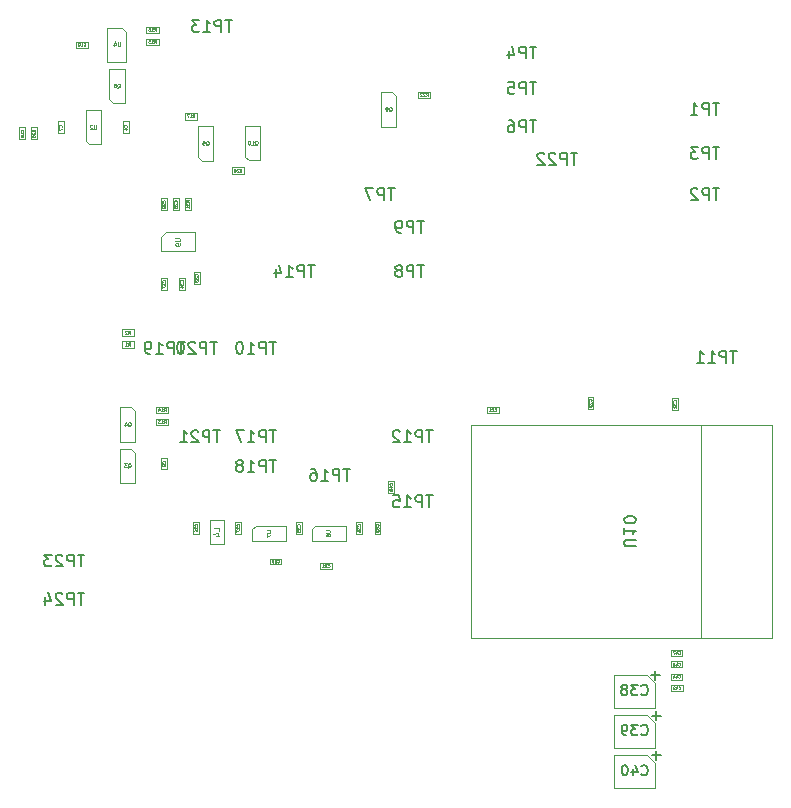
<source format=gbr>
%TF.GenerationSoftware,KiCad,Pcbnew,(7.0.0)*%
%TF.CreationDate,2023-03-19T17:01:16-07:00*%
%TF.ProjectId,ai-camera-rev2,61692d63-616d-4657-9261-2d726576322e,rev2*%
%TF.SameCoordinates,PX5a995c0PY2aea540*%
%TF.FileFunction,AssemblyDrawing,Bot*%
%FSLAX46Y46*%
G04 Gerber Fmt 4.6, Leading zero omitted, Abs format (unit mm)*
G04 Created by KiCad (PCBNEW (7.0.0)) date 2023-03-19 17:01:16*
%MOMM*%
%LPD*%
G01*
G04 APERTURE LIST*
%ADD10C,0.050000*%
%ADD11C,0.150000*%
%ADD12C,0.130000*%
%ADD13C,0.040000*%
%ADD14C,0.060000*%
%ADD15C,0.080000*%
%ADD16C,0.100000*%
G04 APERTURE END LIST*
D10*
X21530476Y-13008038D02*
X21560952Y-12992800D01*
X21560952Y-12992800D02*
X21591428Y-12962323D01*
X21591428Y-12962323D02*
X21637142Y-12916609D01*
X21637142Y-12916609D02*
X21667619Y-12901371D01*
X21667619Y-12901371D02*
X21698095Y-12901371D01*
X21682857Y-12977561D02*
X21713333Y-12962323D01*
X21713333Y-12962323D02*
X21743809Y-12931847D01*
X21743809Y-12931847D02*
X21759047Y-12870895D01*
X21759047Y-12870895D02*
X21759047Y-12764228D01*
X21759047Y-12764228D02*
X21743809Y-12703276D01*
X21743809Y-12703276D02*
X21713333Y-12672800D01*
X21713333Y-12672800D02*
X21682857Y-12657561D01*
X21682857Y-12657561D02*
X21621904Y-12657561D01*
X21621904Y-12657561D02*
X21591428Y-12672800D01*
X21591428Y-12672800D02*
X21560952Y-12703276D01*
X21560952Y-12703276D02*
X21545714Y-12764228D01*
X21545714Y-12764228D02*
X21545714Y-12870895D01*
X21545714Y-12870895D02*
X21560952Y-12931847D01*
X21560952Y-12931847D02*
X21591428Y-12962323D01*
X21591428Y-12962323D02*
X21621904Y-12977561D01*
X21621904Y-12977561D02*
X21682857Y-12977561D01*
X21256190Y-12657561D02*
X21408571Y-12657561D01*
X21408571Y-12657561D02*
X21423809Y-12809942D01*
X21423809Y-12809942D02*
X21408571Y-12794704D01*
X21408571Y-12794704D02*
X21378095Y-12779466D01*
X21378095Y-12779466D02*
X21301904Y-12779466D01*
X21301904Y-12779466D02*
X21271428Y-12794704D01*
X21271428Y-12794704D02*
X21256190Y-12809942D01*
X21256190Y-12809942D02*
X21240952Y-12840419D01*
X21240952Y-12840419D02*
X21240952Y-12916609D01*
X21240952Y-12916609D02*
X21256190Y-12947085D01*
X21256190Y-12947085D02*
X21271428Y-12962323D01*
X21271428Y-12962323D02*
X21301904Y-12977561D01*
X21301904Y-12977561D02*
X21378095Y-12977561D01*
X21378095Y-12977561D02*
X21408571Y-12962323D01*
X21408571Y-12962323D02*
X21423809Y-12947085D01*
D11*
X60030951Y-61311428D02*
X59269047Y-61311428D01*
X59649999Y-61692380D02*
X59649999Y-60930476D01*
D12*
X58403214Y-62876986D02*
X58445118Y-62918891D01*
X58445118Y-62918891D02*
X58570833Y-62960796D01*
X58570833Y-62960796D02*
X58654642Y-62960796D01*
X58654642Y-62960796D02*
X58780356Y-62918891D01*
X58780356Y-62918891D02*
X58864166Y-62835081D01*
X58864166Y-62835081D02*
X58906071Y-62751272D01*
X58906071Y-62751272D02*
X58947975Y-62583653D01*
X58947975Y-62583653D02*
X58947975Y-62457939D01*
X58947975Y-62457939D02*
X58906071Y-62290320D01*
X58906071Y-62290320D02*
X58864166Y-62206510D01*
X58864166Y-62206510D02*
X58780356Y-62122701D01*
X58780356Y-62122701D02*
X58654642Y-62080796D01*
X58654642Y-62080796D02*
X58570833Y-62080796D01*
X58570833Y-62080796D02*
X58445118Y-62122701D01*
X58445118Y-62122701D02*
X58403214Y-62164605D01*
X58109880Y-62080796D02*
X57565118Y-62080796D01*
X57565118Y-62080796D02*
X57858452Y-62416034D01*
X57858452Y-62416034D02*
X57732737Y-62416034D01*
X57732737Y-62416034D02*
X57648928Y-62457939D01*
X57648928Y-62457939D02*
X57607023Y-62499843D01*
X57607023Y-62499843D02*
X57565118Y-62583653D01*
X57565118Y-62583653D02*
X57565118Y-62793177D01*
X57565118Y-62793177D02*
X57607023Y-62876986D01*
X57607023Y-62876986D02*
X57648928Y-62918891D01*
X57648928Y-62918891D02*
X57732737Y-62960796D01*
X57732737Y-62960796D02*
X57984166Y-62960796D01*
X57984166Y-62960796D02*
X58067975Y-62918891D01*
X58067975Y-62918891D02*
X58109880Y-62876986D01*
X57146071Y-62960796D02*
X56978452Y-62960796D01*
X56978452Y-62960796D02*
X56894642Y-62918891D01*
X56894642Y-62918891D02*
X56852738Y-62876986D01*
X56852738Y-62876986D02*
X56768928Y-62751272D01*
X56768928Y-62751272D02*
X56727023Y-62583653D01*
X56727023Y-62583653D02*
X56727023Y-62248415D01*
X56727023Y-62248415D02*
X56768928Y-62164605D01*
X56768928Y-62164605D02*
X56810833Y-62122701D01*
X56810833Y-62122701D02*
X56894642Y-62080796D01*
X56894642Y-62080796D02*
X57062261Y-62080796D01*
X57062261Y-62080796D02*
X57146071Y-62122701D01*
X57146071Y-62122701D02*
X57187976Y-62164605D01*
X57187976Y-62164605D02*
X57229880Y-62248415D01*
X57229880Y-62248415D02*
X57229880Y-62457939D01*
X57229880Y-62457939D02*
X57187976Y-62541748D01*
X57187976Y-62541748D02*
X57146071Y-62583653D01*
X57146071Y-62583653D02*
X57062261Y-62625558D01*
X57062261Y-62625558D02*
X56894642Y-62625558D01*
X56894642Y-62625558D02*
X56810833Y-62583653D01*
X56810833Y-62583653D02*
X56768928Y-62541748D01*
X56768928Y-62541748D02*
X56727023Y-62457939D01*
D11*
X27488094Y-29667380D02*
X26916666Y-29667380D01*
X27202380Y-30667380D02*
X27202380Y-29667380D01*
X26583332Y-30667380D02*
X26583332Y-29667380D01*
X26583332Y-29667380D02*
X26202380Y-29667380D01*
X26202380Y-29667380D02*
X26107142Y-29715000D01*
X26107142Y-29715000D02*
X26059523Y-29762619D01*
X26059523Y-29762619D02*
X26011904Y-29857857D01*
X26011904Y-29857857D02*
X26011904Y-30000714D01*
X26011904Y-30000714D02*
X26059523Y-30095952D01*
X26059523Y-30095952D02*
X26107142Y-30143571D01*
X26107142Y-30143571D02*
X26202380Y-30191190D01*
X26202380Y-30191190D02*
X26583332Y-30191190D01*
X25059523Y-30667380D02*
X25630951Y-30667380D01*
X25345237Y-30667380D02*
X25345237Y-29667380D01*
X25345237Y-29667380D02*
X25440475Y-29810238D01*
X25440475Y-29810238D02*
X25535713Y-29905476D01*
X25535713Y-29905476D02*
X25630951Y-29953095D01*
X24440475Y-29667380D02*
X24345237Y-29667380D01*
X24345237Y-29667380D02*
X24249999Y-29715000D01*
X24249999Y-29715000D02*
X24202380Y-29762619D01*
X24202380Y-29762619D02*
X24154761Y-29857857D01*
X24154761Y-29857857D02*
X24107142Y-30048333D01*
X24107142Y-30048333D02*
X24107142Y-30286428D01*
X24107142Y-30286428D02*
X24154761Y-30476904D01*
X24154761Y-30476904D02*
X24202380Y-30572142D01*
X24202380Y-30572142D02*
X24249999Y-30619761D01*
X24249999Y-30619761D02*
X24345237Y-30667380D01*
X24345237Y-30667380D02*
X24440475Y-30667380D01*
X24440475Y-30667380D02*
X24535713Y-30619761D01*
X24535713Y-30619761D02*
X24583332Y-30572142D01*
X24583332Y-30572142D02*
X24630951Y-30476904D01*
X24630951Y-30476904D02*
X24678570Y-30286428D01*
X24678570Y-30286428D02*
X24678570Y-30048333D01*
X24678570Y-30048333D02*
X24630951Y-29857857D01*
X24630951Y-29857857D02*
X24583332Y-29762619D01*
X24583332Y-29762619D02*
X24535713Y-29715000D01*
X24535713Y-29715000D02*
X24440475Y-29667380D01*
D13*
X14963332Y-28965519D02*
X15049999Y-28841709D01*
X15111904Y-28965519D02*
X15111904Y-28705519D01*
X15111904Y-28705519D02*
X15012856Y-28705519D01*
X15012856Y-28705519D02*
X14988094Y-28717900D01*
X14988094Y-28717900D02*
X14975713Y-28730280D01*
X14975713Y-28730280D02*
X14963332Y-28755042D01*
X14963332Y-28755042D02*
X14963332Y-28792185D01*
X14963332Y-28792185D02*
X14975713Y-28816947D01*
X14975713Y-28816947D02*
X14988094Y-28829328D01*
X14988094Y-28829328D02*
X15012856Y-28841709D01*
X15012856Y-28841709D02*
X15111904Y-28841709D01*
X14864285Y-28730280D02*
X14851904Y-28717900D01*
X14851904Y-28717900D02*
X14827142Y-28705519D01*
X14827142Y-28705519D02*
X14765237Y-28705519D01*
X14765237Y-28705519D02*
X14740475Y-28717900D01*
X14740475Y-28717900D02*
X14728094Y-28730280D01*
X14728094Y-28730280D02*
X14715713Y-28755042D01*
X14715713Y-28755042D02*
X14715713Y-28779804D01*
X14715713Y-28779804D02*
X14728094Y-28816947D01*
X14728094Y-28816947D02*
X14876666Y-28965519D01*
X14876666Y-28965519D02*
X14715713Y-28965519D01*
D11*
X11238094Y-50917380D02*
X10666666Y-50917380D01*
X10952380Y-51917380D02*
X10952380Y-50917380D01*
X10333332Y-51917380D02*
X10333332Y-50917380D01*
X10333332Y-50917380D02*
X9952380Y-50917380D01*
X9952380Y-50917380D02*
X9857142Y-50965000D01*
X9857142Y-50965000D02*
X9809523Y-51012619D01*
X9809523Y-51012619D02*
X9761904Y-51107857D01*
X9761904Y-51107857D02*
X9761904Y-51250714D01*
X9761904Y-51250714D02*
X9809523Y-51345952D01*
X9809523Y-51345952D02*
X9857142Y-51393571D01*
X9857142Y-51393571D02*
X9952380Y-51441190D01*
X9952380Y-51441190D02*
X10333332Y-51441190D01*
X9380951Y-51012619D02*
X9333332Y-50965000D01*
X9333332Y-50965000D02*
X9238094Y-50917380D01*
X9238094Y-50917380D02*
X8999999Y-50917380D01*
X8999999Y-50917380D02*
X8904761Y-50965000D01*
X8904761Y-50965000D02*
X8857142Y-51012619D01*
X8857142Y-51012619D02*
X8809523Y-51107857D01*
X8809523Y-51107857D02*
X8809523Y-51203095D01*
X8809523Y-51203095D02*
X8857142Y-51345952D01*
X8857142Y-51345952D02*
X9428570Y-51917380D01*
X9428570Y-51917380D02*
X8809523Y-51917380D01*
X7952380Y-51250714D02*
X7952380Y-51917380D01*
X8190475Y-50869761D02*
X8428570Y-51584047D01*
X8428570Y-51584047D02*
X7809523Y-51584047D01*
D13*
X61318035Y-34749285D02*
X61329940Y-34737381D01*
X61329940Y-34737381D02*
X61341845Y-34701666D01*
X61341845Y-34701666D02*
X61341845Y-34677857D01*
X61341845Y-34677857D02*
X61329940Y-34642143D01*
X61329940Y-34642143D02*
X61306130Y-34618333D01*
X61306130Y-34618333D02*
X61282321Y-34606428D01*
X61282321Y-34606428D02*
X61234702Y-34594524D01*
X61234702Y-34594524D02*
X61198988Y-34594524D01*
X61198988Y-34594524D02*
X61151369Y-34606428D01*
X61151369Y-34606428D02*
X61127559Y-34618333D01*
X61127559Y-34618333D02*
X61103750Y-34642143D01*
X61103750Y-34642143D02*
X61091845Y-34677857D01*
X61091845Y-34677857D02*
X61091845Y-34701666D01*
X61091845Y-34701666D02*
X61103750Y-34737381D01*
X61103750Y-34737381D02*
X61115654Y-34749285D01*
X61091845Y-34832619D02*
X61091845Y-34987381D01*
X61091845Y-34987381D02*
X61187083Y-34904047D01*
X61187083Y-34904047D02*
X61187083Y-34939762D01*
X61187083Y-34939762D02*
X61198988Y-34963571D01*
X61198988Y-34963571D02*
X61210892Y-34975476D01*
X61210892Y-34975476D02*
X61234702Y-34987381D01*
X61234702Y-34987381D02*
X61294226Y-34987381D01*
X61294226Y-34987381D02*
X61318035Y-34975476D01*
X61318035Y-34975476D02*
X61329940Y-34963571D01*
X61329940Y-34963571D02*
X61341845Y-34939762D01*
X61341845Y-34939762D02*
X61341845Y-34868333D01*
X61341845Y-34868333D02*
X61329940Y-34844524D01*
X61329940Y-34844524D02*
X61318035Y-34832619D01*
X61115654Y-35082619D02*
X61103750Y-35094523D01*
X61103750Y-35094523D02*
X61091845Y-35118333D01*
X61091845Y-35118333D02*
X61091845Y-35177857D01*
X61091845Y-35177857D02*
X61103750Y-35201666D01*
X61103750Y-35201666D02*
X61115654Y-35213571D01*
X61115654Y-35213571D02*
X61139464Y-35225476D01*
X61139464Y-35225476D02*
X61163273Y-35225476D01*
X61163273Y-35225476D02*
X61198988Y-35213571D01*
X61198988Y-35213571D02*
X61341845Y-35070714D01*
X61341845Y-35070714D02*
X61341845Y-35225476D01*
D11*
X57952619Y-46968094D02*
X57143095Y-46968094D01*
X57143095Y-46968094D02*
X57047857Y-46920475D01*
X57047857Y-46920475D02*
X57000238Y-46872856D01*
X57000238Y-46872856D02*
X56952619Y-46777618D01*
X56952619Y-46777618D02*
X56952619Y-46587142D01*
X56952619Y-46587142D02*
X57000238Y-46491904D01*
X57000238Y-46491904D02*
X57047857Y-46444285D01*
X57047857Y-46444285D02*
X57143095Y-46396666D01*
X57143095Y-46396666D02*
X57952619Y-46396666D01*
X56952619Y-45396666D02*
X56952619Y-45968094D01*
X56952619Y-45682380D02*
X57952619Y-45682380D01*
X57952619Y-45682380D02*
X57809761Y-45777618D01*
X57809761Y-45777618D02*
X57714523Y-45872856D01*
X57714523Y-45872856D02*
X57666904Y-45968094D01*
X57952619Y-44777618D02*
X57952619Y-44682380D01*
X57952619Y-44682380D02*
X57905000Y-44587142D01*
X57905000Y-44587142D02*
X57857380Y-44539523D01*
X57857380Y-44539523D02*
X57762142Y-44491904D01*
X57762142Y-44491904D02*
X57571666Y-44444285D01*
X57571666Y-44444285D02*
X57333571Y-44444285D01*
X57333571Y-44444285D02*
X57143095Y-44491904D01*
X57143095Y-44491904D02*
X57047857Y-44539523D01*
X57047857Y-44539523D02*
X57000238Y-44587142D01*
X57000238Y-44587142D02*
X56952619Y-44682380D01*
X56952619Y-44682380D02*
X56952619Y-44777618D01*
X56952619Y-44777618D02*
X57000238Y-44872856D01*
X57000238Y-44872856D02*
X57047857Y-44920475D01*
X57047857Y-44920475D02*
X57143095Y-44968094D01*
X57143095Y-44968094D02*
X57333571Y-45015713D01*
X57333571Y-45015713D02*
X57571666Y-45015713D01*
X57571666Y-45015713D02*
X57762142Y-44968094D01*
X57762142Y-44968094D02*
X57857380Y-44920475D01*
X57857380Y-44920475D02*
X57905000Y-44872856D01*
X57905000Y-44872856D02*
X57952619Y-44777618D01*
X27488094Y-37167380D02*
X26916666Y-37167380D01*
X27202380Y-38167380D02*
X27202380Y-37167380D01*
X26583332Y-38167380D02*
X26583332Y-37167380D01*
X26583332Y-37167380D02*
X26202380Y-37167380D01*
X26202380Y-37167380D02*
X26107142Y-37215000D01*
X26107142Y-37215000D02*
X26059523Y-37262619D01*
X26059523Y-37262619D02*
X26011904Y-37357857D01*
X26011904Y-37357857D02*
X26011904Y-37500714D01*
X26011904Y-37500714D02*
X26059523Y-37595952D01*
X26059523Y-37595952D02*
X26107142Y-37643571D01*
X26107142Y-37643571D02*
X26202380Y-37691190D01*
X26202380Y-37691190D02*
X26583332Y-37691190D01*
X25059523Y-38167380D02*
X25630951Y-38167380D01*
X25345237Y-38167380D02*
X25345237Y-37167380D01*
X25345237Y-37167380D02*
X25440475Y-37310238D01*
X25440475Y-37310238D02*
X25535713Y-37405476D01*
X25535713Y-37405476D02*
X25630951Y-37453095D01*
X24726189Y-37167380D02*
X24059523Y-37167380D01*
X24059523Y-37167380D02*
X24488094Y-38167380D01*
D13*
X18068035Y-17839285D02*
X18079940Y-17827381D01*
X18079940Y-17827381D02*
X18091845Y-17791666D01*
X18091845Y-17791666D02*
X18091845Y-17767857D01*
X18091845Y-17767857D02*
X18079940Y-17732143D01*
X18079940Y-17732143D02*
X18056130Y-17708333D01*
X18056130Y-17708333D02*
X18032321Y-17696428D01*
X18032321Y-17696428D02*
X17984702Y-17684524D01*
X17984702Y-17684524D02*
X17948988Y-17684524D01*
X17948988Y-17684524D02*
X17901369Y-17696428D01*
X17901369Y-17696428D02*
X17877559Y-17708333D01*
X17877559Y-17708333D02*
X17853750Y-17732143D01*
X17853750Y-17732143D02*
X17841845Y-17767857D01*
X17841845Y-17767857D02*
X17841845Y-17791666D01*
X17841845Y-17791666D02*
X17853750Y-17827381D01*
X17853750Y-17827381D02*
X17865654Y-17839285D01*
X17865654Y-17934524D02*
X17853750Y-17946428D01*
X17853750Y-17946428D02*
X17841845Y-17970238D01*
X17841845Y-17970238D02*
X17841845Y-18029762D01*
X17841845Y-18029762D02*
X17853750Y-18053571D01*
X17853750Y-18053571D02*
X17865654Y-18065476D01*
X17865654Y-18065476D02*
X17889464Y-18077381D01*
X17889464Y-18077381D02*
X17913273Y-18077381D01*
X17913273Y-18077381D02*
X17948988Y-18065476D01*
X17948988Y-18065476D02*
X18091845Y-17922619D01*
X18091845Y-17922619D02*
X18091845Y-18077381D01*
X18091845Y-18196428D02*
X18091845Y-18244047D01*
X18091845Y-18244047D02*
X18079940Y-18267857D01*
X18079940Y-18267857D02*
X18068035Y-18279761D01*
X18068035Y-18279761D02*
X18032321Y-18303571D01*
X18032321Y-18303571D02*
X17984702Y-18315476D01*
X17984702Y-18315476D02*
X17889464Y-18315476D01*
X17889464Y-18315476D02*
X17865654Y-18303571D01*
X17865654Y-18303571D02*
X17853750Y-18291666D01*
X17853750Y-18291666D02*
X17841845Y-18267857D01*
X17841845Y-18267857D02*
X17841845Y-18220238D01*
X17841845Y-18220238D02*
X17853750Y-18196428D01*
X17853750Y-18196428D02*
X17865654Y-18184523D01*
X17865654Y-18184523D02*
X17889464Y-18172619D01*
X17889464Y-18172619D02*
X17948988Y-18172619D01*
X17948988Y-18172619D02*
X17972797Y-18184523D01*
X17972797Y-18184523D02*
X17984702Y-18196428D01*
X17984702Y-18196428D02*
X17996607Y-18220238D01*
X17996607Y-18220238D02*
X17996607Y-18267857D01*
X17996607Y-18267857D02*
X17984702Y-18291666D01*
X17984702Y-18291666D02*
X17972797Y-18303571D01*
X17972797Y-18303571D02*
X17948988Y-18315476D01*
X19568035Y-24589285D02*
X19579940Y-24577381D01*
X19579940Y-24577381D02*
X19591845Y-24541666D01*
X19591845Y-24541666D02*
X19591845Y-24517857D01*
X19591845Y-24517857D02*
X19579940Y-24482143D01*
X19579940Y-24482143D02*
X19556130Y-24458333D01*
X19556130Y-24458333D02*
X19532321Y-24446428D01*
X19532321Y-24446428D02*
X19484702Y-24434524D01*
X19484702Y-24434524D02*
X19448988Y-24434524D01*
X19448988Y-24434524D02*
X19401369Y-24446428D01*
X19401369Y-24446428D02*
X19377559Y-24458333D01*
X19377559Y-24458333D02*
X19353750Y-24482143D01*
X19353750Y-24482143D02*
X19341845Y-24517857D01*
X19341845Y-24517857D02*
X19341845Y-24541666D01*
X19341845Y-24541666D02*
X19353750Y-24577381D01*
X19353750Y-24577381D02*
X19365654Y-24589285D01*
X19341845Y-24672619D02*
X19341845Y-24827381D01*
X19341845Y-24827381D02*
X19437083Y-24744047D01*
X19437083Y-24744047D02*
X19437083Y-24779762D01*
X19437083Y-24779762D02*
X19448988Y-24803571D01*
X19448988Y-24803571D02*
X19460892Y-24815476D01*
X19460892Y-24815476D02*
X19484702Y-24827381D01*
X19484702Y-24827381D02*
X19544226Y-24827381D01*
X19544226Y-24827381D02*
X19568035Y-24815476D01*
X19568035Y-24815476D02*
X19579940Y-24803571D01*
X19579940Y-24803571D02*
X19591845Y-24779762D01*
X19591845Y-24779762D02*
X19591845Y-24708333D01*
X19591845Y-24708333D02*
X19579940Y-24684524D01*
X19579940Y-24684524D02*
X19568035Y-24672619D01*
X19425178Y-25041666D02*
X19591845Y-25041666D01*
X19329940Y-24982142D02*
X19508511Y-24922619D01*
X19508511Y-24922619D02*
X19508511Y-25077380D01*
X37304435Y-41777285D02*
X37316340Y-41765381D01*
X37316340Y-41765381D02*
X37328245Y-41729666D01*
X37328245Y-41729666D02*
X37328245Y-41705857D01*
X37328245Y-41705857D02*
X37316340Y-41670143D01*
X37316340Y-41670143D02*
X37292530Y-41646333D01*
X37292530Y-41646333D02*
X37268721Y-41634428D01*
X37268721Y-41634428D02*
X37221102Y-41622524D01*
X37221102Y-41622524D02*
X37185388Y-41622524D01*
X37185388Y-41622524D02*
X37137769Y-41634428D01*
X37137769Y-41634428D02*
X37113959Y-41646333D01*
X37113959Y-41646333D02*
X37090150Y-41670143D01*
X37090150Y-41670143D02*
X37078245Y-41705857D01*
X37078245Y-41705857D02*
X37078245Y-41729666D01*
X37078245Y-41729666D02*
X37090150Y-41765381D01*
X37090150Y-41765381D02*
X37102054Y-41777285D01*
X37161578Y-41991571D02*
X37328245Y-41991571D01*
X37066340Y-41932047D02*
X37244911Y-41872524D01*
X37244911Y-41872524D02*
X37244911Y-42027285D01*
X37185388Y-42158238D02*
X37173483Y-42134428D01*
X37173483Y-42134428D02*
X37161578Y-42122523D01*
X37161578Y-42122523D02*
X37137769Y-42110619D01*
X37137769Y-42110619D02*
X37125864Y-42110619D01*
X37125864Y-42110619D02*
X37102054Y-42122523D01*
X37102054Y-42122523D02*
X37090150Y-42134428D01*
X37090150Y-42134428D02*
X37078245Y-42158238D01*
X37078245Y-42158238D02*
X37078245Y-42205857D01*
X37078245Y-42205857D02*
X37090150Y-42229666D01*
X37090150Y-42229666D02*
X37102054Y-42241571D01*
X37102054Y-42241571D02*
X37125864Y-42253476D01*
X37125864Y-42253476D02*
X37137769Y-42253476D01*
X37137769Y-42253476D02*
X37161578Y-42241571D01*
X37161578Y-42241571D02*
X37173483Y-42229666D01*
X37173483Y-42229666D02*
X37185388Y-42205857D01*
X37185388Y-42205857D02*
X37185388Y-42158238D01*
X37185388Y-42158238D02*
X37197292Y-42134428D01*
X37197292Y-42134428D02*
X37209197Y-42122523D01*
X37209197Y-42122523D02*
X37233007Y-42110619D01*
X37233007Y-42110619D02*
X37280626Y-42110619D01*
X37280626Y-42110619D02*
X37304435Y-42122523D01*
X37304435Y-42122523D02*
X37316340Y-42134428D01*
X37316340Y-42134428D02*
X37328245Y-42158238D01*
X37328245Y-42158238D02*
X37328245Y-42205857D01*
X37328245Y-42205857D02*
X37316340Y-42229666D01*
X37316340Y-42229666D02*
X37304435Y-42241571D01*
X37304435Y-42241571D02*
X37280626Y-42253476D01*
X37280626Y-42253476D02*
X37233007Y-42253476D01*
X37233007Y-42253476D02*
X37209197Y-42241571D01*
X37209197Y-42241571D02*
X37197292Y-42229666D01*
X37197292Y-42229666D02*
X37185388Y-42205857D01*
D11*
X40738094Y-37167380D02*
X40166666Y-37167380D01*
X40452380Y-38167380D02*
X40452380Y-37167380D01*
X39833332Y-38167380D02*
X39833332Y-37167380D01*
X39833332Y-37167380D02*
X39452380Y-37167380D01*
X39452380Y-37167380D02*
X39357142Y-37215000D01*
X39357142Y-37215000D02*
X39309523Y-37262619D01*
X39309523Y-37262619D02*
X39261904Y-37357857D01*
X39261904Y-37357857D02*
X39261904Y-37500714D01*
X39261904Y-37500714D02*
X39309523Y-37595952D01*
X39309523Y-37595952D02*
X39357142Y-37643571D01*
X39357142Y-37643571D02*
X39452380Y-37691190D01*
X39452380Y-37691190D02*
X39833332Y-37691190D01*
X38309523Y-38167380D02*
X38880951Y-38167380D01*
X38595237Y-38167380D02*
X38595237Y-37167380D01*
X38595237Y-37167380D02*
X38690475Y-37310238D01*
X38690475Y-37310238D02*
X38785713Y-37405476D01*
X38785713Y-37405476D02*
X38880951Y-37453095D01*
X37928570Y-37262619D02*
X37880951Y-37215000D01*
X37880951Y-37215000D02*
X37785713Y-37167380D01*
X37785713Y-37167380D02*
X37547618Y-37167380D01*
X37547618Y-37167380D02*
X37452380Y-37215000D01*
X37452380Y-37215000D02*
X37404761Y-37262619D01*
X37404761Y-37262619D02*
X37357142Y-37357857D01*
X37357142Y-37357857D02*
X37357142Y-37453095D01*
X37357142Y-37453095D02*
X37404761Y-37595952D01*
X37404761Y-37595952D02*
X37976189Y-38167380D01*
X37976189Y-38167380D02*
X37357142Y-38167380D01*
D13*
X20095519Y-17832857D02*
X19971709Y-17746190D01*
X20095519Y-17684285D02*
X19835519Y-17684285D01*
X19835519Y-17684285D02*
X19835519Y-17783333D01*
X19835519Y-17783333D02*
X19847900Y-17808095D01*
X19847900Y-17808095D02*
X19860280Y-17820476D01*
X19860280Y-17820476D02*
X19885042Y-17832857D01*
X19885042Y-17832857D02*
X19922185Y-17832857D01*
X19922185Y-17832857D02*
X19946947Y-17820476D01*
X19946947Y-17820476D02*
X19959328Y-17808095D01*
X19959328Y-17808095D02*
X19971709Y-17783333D01*
X19971709Y-17783333D02*
X19971709Y-17684285D01*
X19835519Y-17919523D02*
X19835519Y-18080476D01*
X19835519Y-18080476D02*
X19934566Y-17993809D01*
X19934566Y-17993809D02*
X19934566Y-18030952D01*
X19934566Y-18030952D02*
X19946947Y-18055714D01*
X19946947Y-18055714D02*
X19959328Y-18068095D01*
X19959328Y-18068095D02*
X19984090Y-18080476D01*
X19984090Y-18080476D02*
X20045995Y-18080476D01*
X20045995Y-18080476D02*
X20070757Y-18068095D01*
X20070757Y-18068095D02*
X20083138Y-18055714D01*
X20083138Y-18055714D02*
X20095519Y-18030952D01*
X20095519Y-18030952D02*
X20095519Y-17956666D01*
X20095519Y-17956666D02*
X20083138Y-17931904D01*
X20083138Y-17931904D02*
X20070757Y-17919523D01*
X20095519Y-18328095D02*
X20095519Y-18179523D01*
X20095519Y-18253809D02*
X19835519Y-18253809D01*
X19835519Y-18253809D02*
X19872661Y-18229047D01*
X19872661Y-18229047D02*
X19897423Y-18204285D01*
X19897423Y-18204285D02*
X19909804Y-18179523D01*
D11*
X52988094Y-13667380D02*
X52416666Y-13667380D01*
X52702380Y-14667380D02*
X52702380Y-13667380D01*
X52083332Y-14667380D02*
X52083332Y-13667380D01*
X52083332Y-13667380D02*
X51702380Y-13667380D01*
X51702380Y-13667380D02*
X51607142Y-13715000D01*
X51607142Y-13715000D02*
X51559523Y-13762619D01*
X51559523Y-13762619D02*
X51511904Y-13857857D01*
X51511904Y-13857857D02*
X51511904Y-14000714D01*
X51511904Y-14000714D02*
X51559523Y-14095952D01*
X51559523Y-14095952D02*
X51607142Y-14143571D01*
X51607142Y-14143571D02*
X51702380Y-14191190D01*
X51702380Y-14191190D02*
X52083332Y-14191190D01*
X51130951Y-13762619D02*
X51083332Y-13715000D01*
X51083332Y-13715000D02*
X50988094Y-13667380D01*
X50988094Y-13667380D02*
X50749999Y-13667380D01*
X50749999Y-13667380D02*
X50654761Y-13715000D01*
X50654761Y-13715000D02*
X50607142Y-13762619D01*
X50607142Y-13762619D02*
X50559523Y-13857857D01*
X50559523Y-13857857D02*
X50559523Y-13953095D01*
X50559523Y-13953095D02*
X50607142Y-14095952D01*
X50607142Y-14095952D02*
X51178570Y-14667380D01*
X51178570Y-14667380D02*
X50559523Y-14667380D01*
X50178570Y-13762619D02*
X50130951Y-13715000D01*
X50130951Y-13715000D02*
X50035713Y-13667380D01*
X50035713Y-13667380D02*
X49797618Y-13667380D01*
X49797618Y-13667380D02*
X49702380Y-13715000D01*
X49702380Y-13715000D02*
X49654761Y-13762619D01*
X49654761Y-13762619D02*
X49607142Y-13857857D01*
X49607142Y-13857857D02*
X49607142Y-13953095D01*
X49607142Y-13953095D02*
X49654761Y-14095952D01*
X49654761Y-14095952D02*
X50226189Y-14667380D01*
X50226189Y-14667380D02*
X49607142Y-14667380D01*
D13*
X14818035Y-11458333D02*
X14829940Y-11446429D01*
X14829940Y-11446429D02*
X14841845Y-11410714D01*
X14841845Y-11410714D02*
X14841845Y-11386905D01*
X14841845Y-11386905D02*
X14829940Y-11351191D01*
X14829940Y-11351191D02*
X14806130Y-11327381D01*
X14806130Y-11327381D02*
X14782321Y-11315476D01*
X14782321Y-11315476D02*
X14734702Y-11303572D01*
X14734702Y-11303572D02*
X14698988Y-11303572D01*
X14698988Y-11303572D02*
X14651369Y-11315476D01*
X14651369Y-11315476D02*
X14627559Y-11327381D01*
X14627559Y-11327381D02*
X14603750Y-11351191D01*
X14603750Y-11351191D02*
X14591845Y-11386905D01*
X14591845Y-11386905D02*
X14591845Y-11410714D01*
X14591845Y-11410714D02*
X14603750Y-11446429D01*
X14603750Y-11446429D02*
X14615654Y-11458333D01*
X14675178Y-11672619D02*
X14841845Y-11672619D01*
X14579940Y-11613095D02*
X14758511Y-11553572D01*
X14758511Y-11553572D02*
X14758511Y-11708333D01*
X18068035Y-24589285D02*
X18079940Y-24577381D01*
X18079940Y-24577381D02*
X18091845Y-24541666D01*
X18091845Y-24541666D02*
X18091845Y-24517857D01*
X18091845Y-24517857D02*
X18079940Y-24482143D01*
X18079940Y-24482143D02*
X18056130Y-24458333D01*
X18056130Y-24458333D02*
X18032321Y-24446428D01*
X18032321Y-24446428D02*
X17984702Y-24434524D01*
X17984702Y-24434524D02*
X17948988Y-24434524D01*
X17948988Y-24434524D02*
X17901369Y-24446428D01*
X17901369Y-24446428D02*
X17877559Y-24458333D01*
X17877559Y-24458333D02*
X17853750Y-24482143D01*
X17853750Y-24482143D02*
X17841845Y-24517857D01*
X17841845Y-24517857D02*
X17841845Y-24541666D01*
X17841845Y-24541666D02*
X17853750Y-24577381D01*
X17853750Y-24577381D02*
X17865654Y-24589285D01*
X17841845Y-24672619D02*
X17841845Y-24827381D01*
X17841845Y-24827381D02*
X17937083Y-24744047D01*
X17937083Y-24744047D02*
X17937083Y-24779762D01*
X17937083Y-24779762D02*
X17948988Y-24803571D01*
X17948988Y-24803571D02*
X17960892Y-24815476D01*
X17960892Y-24815476D02*
X17984702Y-24827381D01*
X17984702Y-24827381D02*
X18044226Y-24827381D01*
X18044226Y-24827381D02*
X18068035Y-24815476D01*
X18068035Y-24815476D02*
X18079940Y-24803571D01*
X18079940Y-24803571D02*
X18091845Y-24779762D01*
X18091845Y-24779762D02*
X18091845Y-24708333D01*
X18091845Y-24708333D02*
X18079940Y-24684524D01*
X18079940Y-24684524D02*
X18068035Y-24672619D01*
X17841845Y-24910714D02*
X17841845Y-25077380D01*
X17841845Y-25077380D02*
X18091845Y-24970238D01*
X61535714Y-57043035D02*
X61547618Y-57054940D01*
X61547618Y-57054940D02*
X61583333Y-57066845D01*
X61583333Y-57066845D02*
X61607142Y-57066845D01*
X61607142Y-57066845D02*
X61642856Y-57054940D01*
X61642856Y-57054940D02*
X61666666Y-57031130D01*
X61666666Y-57031130D02*
X61678571Y-57007321D01*
X61678571Y-57007321D02*
X61690475Y-56959702D01*
X61690475Y-56959702D02*
X61690475Y-56923988D01*
X61690475Y-56923988D02*
X61678571Y-56876369D01*
X61678571Y-56876369D02*
X61666666Y-56852559D01*
X61666666Y-56852559D02*
X61642856Y-56828750D01*
X61642856Y-56828750D02*
X61607142Y-56816845D01*
X61607142Y-56816845D02*
X61583333Y-56816845D01*
X61583333Y-56816845D02*
X61547618Y-56828750D01*
X61547618Y-56828750D02*
X61535714Y-56840654D01*
X61321428Y-56900178D02*
X61321428Y-57066845D01*
X61380952Y-56804940D02*
X61440475Y-56983511D01*
X61440475Y-56983511D02*
X61285714Y-56983511D01*
X61083333Y-56816845D02*
X61130952Y-56816845D01*
X61130952Y-56816845D02*
X61154761Y-56828750D01*
X61154761Y-56828750D02*
X61166666Y-56840654D01*
X61166666Y-56840654D02*
X61190476Y-56876369D01*
X61190476Y-56876369D02*
X61202380Y-56923988D01*
X61202380Y-56923988D02*
X61202380Y-57019226D01*
X61202380Y-57019226D02*
X61190476Y-57043035D01*
X61190476Y-57043035D02*
X61178571Y-57054940D01*
X61178571Y-57054940D02*
X61154761Y-57066845D01*
X61154761Y-57066845D02*
X61107142Y-57066845D01*
X61107142Y-57066845D02*
X61083333Y-57054940D01*
X61083333Y-57054940D02*
X61071428Y-57043035D01*
X61071428Y-57043035D02*
X61059523Y-57019226D01*
X61059523Y-57019226D02*
X61059523Y-56959702D01*
X61059523Y-56959702D02*
X61071428Y-56935892D01*
X61071428Y-56935892D02*
X61083333Y-56923988D01*
X61083333Y-56923988D02*
X61107142Y-56912083D01*
X61107142Y-56912083D02*
X61154761Y-56912083D01*
X61154761Y-56912083D02*
X61178571Y-56923988D01*
X61178571Y-56923988D02*
X61190476Y-56935892D01*
X61190476Y-56935892D02*
X61202380Y-56959702D01*
D10*
X14930476Y-40308038D02*
X14960952Y-40292800D01*
X14960952Y-40292800D02*
X14991428Y-40262323D01*
X14991428Y-40262323D02*
X15037142Y-40216609D01*
X15037142Y-40216609D02*
X15067619Y-40201371D01*
X15067619Y-40201371D02*
X15098095Y-40201371D01*
X15082857Y-40277561D02*
X15113333Y-40262323D01*
X15113333Y-40262323D02*
X15143809Y-40231847D01*
X15143809Y-40231847D02*
X15159047Y-40170895D01*
X15159047Y-40170895D02*
X15159047Y-40064228D01*
X15159047Y-40064228D02*
X15143809Y-40003276D01*
X15143809Y-40003276D02*
X15113333Y-39972800D01*
X15113333Y-39972800D02*
X15082857Y-39957561D01*
X15082857Y-39957561D02*
X15021904Y-39957561D01*
X15021904Y-39957561D02*
X14991428Y-39972800D01*
X14991428Y-39972800D02*
X14960952Y-40003276D01*
X14960952Y-40003276D02*
X14945714Y-40064228D01*
X14945714Y-40064228D02*
X14945714Y-40170895D01*
X14945714Y-40170895D02*
X14960952Y-40231847D01*
X14960952Y-40231847D02*
X14991428Y-40262323D01*
X14991428Y-40262323D02*
X15021904Y-40277561D01*
X15021904Y-40277561D02*
X15082857Y-40277561D01*
X14839047Y-39957561D02*
X14640952Y-39957561D01*
X14640952Y-39957561D02*
X14747619Y-40079466D01*
X14747619Y-40079466D02*
X14701904Y-40079466D01*
X14701904Y-40079466D02*
X14671428Y-40094704D01*
X14671428Y-40094704D02*
X14656190Y-40109942D01*
X14656190Y-40109942D02*
X14640952Y-40140419D01*
X14640952Y-40140419D02*
X14640952Y-40216609D01*
X14640952Y-40216609D02*
X14656190Y-40247085D01*
X14656190Y-40247085D02*
X14671428Y-40262323D01*
X14671428Y-40262323D02*
X14701904Y-40277561D01*
X14701904Y-40277561D02*
X14793333Y-40277561D01*
X14793333Y-40277561D02*
X14823809Y-40262323D01*
X14823809Y-40262323D02*
X14839047Y-40247085D01*
D13*
X6068035Y-11839285D02*
X6079940Y-11827381D01*
X6079940Y-11827381D02*
X6091845Y-11791666D01*
X6091845Y-11791666D02*
X6091845Y-11767857D01*
X6091845Y-11767857D02*
X6079940Y-11732143D01*
X6079940Y-11732143D02*
X6056130Y-11708333D01*
X6056130Y-11708333D02*
X6032321Y-11696428D01*
X6032321Y-11696428D02*
X5984702Y-11684524D01*
X5984702Y-11684524D02*
X5948988Y-11684524D01*
X5948988Y-11684524D02*
X5901369Y-11696428D01*
X5901369Y-11696428D02*
X5877559Y-11708333D01*
X5877559Y-11708333D02*
X5853750Y-11732143D01*
X5853750Y-11732143D02*
X5841845Y-11767857D01*
X5841845Y-11767857D02*
X5841845Y-11791666D01*
X5841845Y-11791666D02*
X5853750Y-11827381D01*
X5853750Y-11827381D02*
X5865654Y-11839285D01*
X6091845Y-12077381D02*
X6091845Y-11934524D01*
X6091845Y-12005952D02*
X5841845Y-12005952D01*
X5841845Y-12005952D02*
X5877559Y-11982143D01*
X5877559Y-11982143D02*
X5901369Y-11958333D01*
X5901369Y-11958333D02*
X5913273Y-11934524D01*
X5841845Y-12291666D02*
X5841845Y-12244047D01*
X5841845Y-12244047D02*
X5853750Y-12220238D01*
X5853750Y-12220238D02*
X5865654Y-12208333D01*
X5865654Y-12208333D02*
X5901369Y-12184523D01*
X5901369Y-12184523D02*
X5948988Y-12172619D01*
X5948988Y-12172619D02*
X6044226Y-12172619D01*
X6044226Y-12172619D02*
X6068035Y-12184523D01*
X6068035Y-12184523D02*
X6079940Y-12196428D01*
X6079940Y-12196428D02*
X6091845Y-12220238D01*
X6091845Y-12220238D02*
X6091845Y-12267857D01*
X6091845Y-12267857D02*
X6079940Y-12291666D01*
X6079940Y-12291666D02*
X6068035Y-12303571D01*
X6068035Y-12303571D02*
X6044226Y-12315476D01*
X6044226Y-12315476D02*
X5984702Y-12315476D01*
X5984702Y-12315476D02*
X5960892Y-12303571D01*
X5960892Y-12303571D02*
X5948988Y-12291666D01*
X5948988Y-12291666D02*
X5937083Y-12267857D01*
X5937083Y-12267857D02*
X5937083Y-12220238D01*
X5937083Y-12220238D02*
X5948988Y-12196428D01*
X5948988Y-12196428D02*
X5960892Y-12184523D01*
X5960892Y-12184523D02*
X5984702Y-12172619D01*
X29481235Y-45261185D02*
X29493140Y-45249281D01*
X29493140Y-45249281D02*
X29505045Y-45213566D01*
X29505045Y-45213566D02*
X29505045Y-45189757D01*
X29505045Y-45189757D02*
X29493140Y-45154043D01*
X29493140Y-45154043D02*
X29469330Y-45130233D01*
X29469330Y-45130233D02*
X29445521Y-45118328D01*
X29445521Y-45118328D02*
X29397902Y-45106424D01*
X29397902Y-45106424D02*
X29362188Y-45106424D01*
X29362188Y-45106424D02*
X29314569Y-45118328D01*
X29314569Y-45118328D02*
X29290759Y-45130233D01*
X29290759Y-45130233D02*
X29266950Y-45154043D01*
X29266950Y-45154043D02*
X29255045Y-45189757D01*
X29255045Y-45189757D02*
X29255045Y-45213566D01*
X29255045Y-45213566D02*
X29266950Y-45249281D01*
X29266950Y-45249281D02*
X29278854Y-45261185D01*
X29255045Y-45344519D02*
X29255045Y-45499281D01*
X29255045Y-45499281D02*
X29350283Y-45415947D01*
X29350283Y-45415947D02*
X29350283Y-45451662D01*
X29350283Y-45451662D02*
X29362188Y-45475471D01*
X29362188Y-45475471D02*
X29374092Y-45487376D01*
X29374092Y-45487376D02*
X29397902Y-45499281D01*
X29397902Y-45499281D02*
X29457426Y-45499281D01*
X29457426Y-45499281D02*
X29481235Y-45487376D01*
X29481235Y-45487376D02*
X29493140Y-45475471D01*
X29493140Y-45475471D02*
X29505045Y-45451662D01*
X29505045Y-45451662D02*
X29505045Y-45380233D01*
X29505045Y-45380233D02*
X29493140Y-45356424D01*
X29493140Y-45356424D02*
X29481235Y-45344519D01*
X29255045Y-45725471D02*
X29255045Y-45606423D01*
X29255045Y-45606423D02*
X29374092Y-45594519D01*
X29374092Y-45594519D02*
X29362188Y-45606423D01*
X29362188Y-45606423D02*
X29350283Y-45630233D01*
X29350283Y-45630233D02*
X29350283Y-45689757D01*
X29350283Y-45689757D02*
X29362188Y-45713566D01*
X29362188Y-45713566D02*
X29374092Y-45725471D01*
X29374092Y-45725471D02*
X29397902Y-45737376D01*
X29397902Y-45737376D02*
X29457426Y-45737376D01*
X29457426Y-45737376D02*
X29481235Y-45725471D01*
X29481235Y-45725471D02*
X29493140Y-45713566D01*
X29493140Y-45713566D02*
X29505045Y-45689757D01*
X29505045Y-45689757D02*
X29505045Y-45630233D01*
X29505045Y-45630233D02*
X29493140Y-45606423D01*
X29493140Y-45606423D02*
X29481235Y-45594519D01*
X40167142Y-8845519D02*
X40253809Y-8721709D01*
X40315714Y-8845519D02*
X40315714Y-8585519D01*
X40315714Y-8585519D02*
X40216666Y-8585519D01*
X40216666Y-8585519D02*
X40191904Y-8597900D01*
X40191904Y-8597900D02*
X40179523Y-8610280D01*
X40179523Y-8610280D02*
X40167142Y-8635042D01*
X40167142Y-8635042D02*
X40167142Y-8672185D01*
X40167142Y-8672185D02*
X40179523Y-8696947D01*
X40179523Y-8696947D02*
X40191904Y-8709328D01*
X40191904Y-8709328D02*
X40216666Y-8721709D01*
X40216666Y-8721709D02*
X40315714Y-8721709D01*
X40068095Y-8610280D02*
X40055714Y-8597900D01*
X40055714Y-8597900D02*
X40030952Y-8585519D01*
X40030952Y-8585519D02*
X39969047Y-8585519D01*
X39969047Y-8585519D02*
X39944285Y-8597900D01*
X39944285Y-8597900D02*
X39931904Y-8610280D01*
X39931904Y-8610280D02*
X39919523Y-8635042D01*
X39919523Y-8635042D02*
X39919523Y-8659804D01*
X39919523Y-8659804D02*
X39931904Y-8696947D01*
X39931904Y-8696947D02*
X40080476Y-8845519D01*
X40080476Y-8845519D02*
X39919523Y-8845519D01*
X39820476Y-8610280D02*
X39808095Y-8597900D01*
X39808095Y-8597900D02*
X39783333Y-8585519D01*
X39783333Y-8585519D02*
X39721428Y-8585519D01*
X39721428Y-8585519D02*
X39696666Y-8597900D01*
X39696666Y-8597900D02*
X39684285Y-8610280D01*
X39684285Y-8610280D02*
X39671904Y-8635042D01*
X39671904Y-8635042D02*
X39671904Y-8659804D01*
X39671904Y-8659804D02*
X39684285Y-8696947D01*
X39684285Y-8696947D02*
X39832857Y-8845519D01*
X39832857Y-8845519D02*
X39671904Y-8845519D01*
X11180714Y-4568035D02*
X11192618Y-4579940D01*
X11192618Y-4579940D02*
X11228333Y-4591845D01*
X11228333Y-4591845D02*
X11252142Y-4591845D01*
X11252142Y-4591845D02*
X11287856Y-4579940D01*
X11287856Y-4579940D02*
X11311666Y-4556130D01*
X11311666Y-4556130D02*
X11323571Y-4532321D01*
X11323571Y-4532321D02*
X11335475Y-4484702D01*
X11335475Y-4484702D02*
X11335475Y-4448988D01*
X11335475Y-4448988D02*
X11323571Y-4401369D01*
X11323571Y-4401369D02*
X11311666Y-4377559D01*
X11311666Y-4377559D02*
X11287856Y-4353750D01*
X11287856Y-4353750D02*
X11252142Y-4341845D01*
X11252142Y-4341845D02*
X11228333Y-4341845D01*
X11228333Y-4341845D02*
X11192618Y-4353750D01*
X11192618Y-4353750D02*
X11180714Y-4365654D01*
X10942618Y-4591845D02*
X11085475Y-4591845D01*
X11014047Y-4591845D02*
X11014047Y-4341845D01*
X11014047Y-4341845D02*
X11037856Y-4377559D01*
X11037856Y-4377559D02*
X11061666Y-4401369D01*
X11061666Y-4401369D02*
X11085475Y-4413273D01*
X10787857Y-4341845D02*
X10764047Y-4341845D01*
X10764047Y-4341845D02*
X10740238Y-4353750D01*
X10740238Y-4353750D02*
X10728333Y-4365654D01*
X10728333Y-4365654D02*
X10716428Y-4389464D01*
X10716428Y-4389464D02*
X10704523Y-4437083D01*
X10704523Y-4437083D02*
X10704523Y-4496607D01*
X10704523Y-4496607D02*
X10716428Y-4544226D01*
X10716428Y-4544226D02*
X10728333Y-4568035D01*
X10728333Y-4568035D02*
X10740238Y-4579940D01*
X10740238Y-4579940D02*
X10764047Y-4591845D01*
X10764047Y-4591845D02*
X10787857Y-4591845D01*
X10787857Y-4591845D02*
X10811666Y-4579940D01*
X10811666Y-4579940D02*
X10823571Y-4568035D01*
X10823571Y-4568035D02*
X10835476Y-4544226D01*
X10835476Y-4544226D02*
X10847380Y-4496607D01*
X10847380Y-4496607D02*
X10847380Y-4437083D01*
X10847380Y-4437083D02*
X10835476Y-4389464D01*
X10835476Y-4389464D02*
X10823571Y-4365654D01*
X10823571Y-4365654D02*
X10811666Y-4353750D01*
X10811666Y-4353750D02*
X10787857Y-4341845D01*
D11*
X60055951Y-64661428D02*
X59294047Y-64661428D01*
X59674999Y-65042380D02*
X59674999Y-64280476D01*
D12*
X58415714Y-66289486D02*
X58457618Y-66331391D01*
X58457618Y-66331391D02*
X58583333Y-66373296D01*
X58583333Y-66373296D02*
X58667142Y-66373296D01*
X58667142Y-66373296D02*
X58792856Y-66331391D01*
X58792856Y-66331391D02*
X58876666Y-66247581D01*
X58876666Y-66247581D02*
X58918571Y-66163772D01*
X58918571Y-66163772D02*
X58960475Y-65996153D01*
X58960475Y-65996153D02*
X58960475Y-65870439D01*
X58960475Y-65870439D02*
X58918571Y-65702820D01*
X58918571Y-65702820D02*
X58876666Y-65619010D01*
X58876666Y-65619010D02*
X58792856Y-65535201D01*
X58792856Y-65535201D02*
X58667142Y-65493296D01*
X58667142Y-65493296D02*
X58583333Y-65493296D01*
X58583333Y-65493296D02*
X58457618Y-65535201D01*
X58457618Y-65535201D02*
X58415714Y-65577105D01*
X57661428Y-65786629D02*
X57661428Y-66373296D01*
X57870952Y-65451391D02*
X58080475Y-66079962D01*
X58080475Y-66079962D02*
X57535714Y-66079962D01*
X57032857Y-65493296D02*
X56949047Y-65493296D01*
X56949047Y-65493296D02*
X56865238Y-65535201D01*
X56865238Y-65535201D02*
X56823333Y-65577105D01*
X56823333Y-65577105D02*
X56781428Y-65660915D01*
X56781428Y-65660915D02*
X56739523Y-65828534D01*
X56739523Y-65828534D02*
X56739523Y-66038058D01*
X56739523Y-66038058D02*
X56781428Y-66205677D01*
X56781428Y-66205677D02*
X56823333Y-66289486D01*
X56823333Y-66289486D02*
X56865238Y-66331391D01*
X56865238Y-66331391D02*
X56949047Y-66373296D01*
X56949047Y-66373296D02*
X57032857Y-66373296D01*
X57032857Y-66373296D02*
X57116666Y-66331391D01*
X57116666Y-66331391D02*
X57158571Y-66289486D01*
X57158571Y-66289486D02*
X57200476Y-66205677D01*
X57200476Y-66205677D02*
X57242380Y-66038058D01*
X57242380Y-66038058D02*
X57242380Y-65828534D01*
X57242380Y-65828534D02*
X57200476Y-65660915D01*
X57200476Y-65660915D02*
X57158571Y-65577105D01*
X57158571Y-65577105D02*
X57116666Y-65535201D01*
X57116666Y-65535201D02*
X57032857Y-65493296D01*
D11*
X23738094Y-2417380D02*
X23166666Y-2417380D01*
X23452380Y-3417380D02*
X23452380Y-2417380D01*
X22833332Y-3417380D02*
X22833332Y-2417380D01*
X22833332Y-2417380D02*
X22452380Y-2417380D01*
X22452380Y-2417380D02*
X22357142Y-2465000D01*
X22357142Y-2465000D02*
X22309523Y-2512619D01*
X22309523Y-2512619D02*
X22261904Y-2607857D01*
X22261904Y-2607857D02*
X22261904Y-2750714D01*
X22261904Y-2750714D02*
X22309523Y-2845952D01*
X22309523Y-2845952D02*
X22357142Y-2893571D01*
X22357142Y-2893571D02*
X22452380Y-2941190D01*
X22452380Y-2941190D02*
X22833332Y-2941190D01*
X21309523Y-3417380D02*
X21880951Y-3417380D01*
X21595237Y-3417380D02*
X21595237Y-2417380D01*
X21595237Y-2417380D02*
X21690475Y-2560238D01*
X21690475Y-2560238D02*
X21785713Y-2655476D01*
X21785713Y-2655476D02*
X21880951Y-2703095D01*
X20976189Y-2417380D02*
X20357142Y-2417380D01*
X20357142Y-2417380D02*
X20690475Y-2798333D01*
X20690475Y-2798333D02*
X20547618Y-2798333D01*
X20547618Y-2798333D02*
X20452380Y-2845952D01*
X20452380Y-2845952D02*
X20404761Y-2893571D01*
X20404761Y-2893571D02*
X20357142Y-2988809D01*
X20357142Y-2988809D02*
X20357142Y-3226904D01*
X20357142Y-3226904D02*
X20404761Y-3322142D01*
X20404761Y-3322142D02*
X20452380Y-3369761D01*
X20452380Y-3369761D02*
X20547618Y-3417380D01*
X20547618Y-3417380D02*
X20833332Y-3417380D01*
X20833332Y-3417380D02*
X20928570Y-3369761D01*
X20928570Y-3369761D02*
X20976189Y-3322142D01*
D10*
X31737761Y-45628590D02*
X31996809Y-45628590D01*
X31996809Y-45628590D02*
X32027285Y-45643828D01*
X32027285Y-45643828D02*
X32042523Y-45659066D01*
X32042523Y-45659066D02*
X32057761Y-45689542D01*
X32057761Y-45689542D02*
X32057761Y-45750495D01*
X32057761Y-45750495D02*
X32042523Y-45780971D01*
X32042523Y-45780971D02*
X32027285Y-45796209D01*
X32027285Y-45796209D02*
X31996809Y-45811447D01*
X31996809Y-45811447D02*
X31737761Y-45811447D01*
X31874904Y-46009542D02*
X31859666Y-45979066D01*
X31859666Y-45979066D02*
X31844428Y-45963828D01*
X31844428Y-45963828D02*
X31813952Y-45948590D01*
X31813952Y-45948590D02*
X31798714Y-45948590D01*
X31798714Y-45948590D02*
X31768238Y-45963828D01*
X31768238Y-45963828D02*
X31753000Y-45979066D01*
X31753000Y-45979066D02*
X31737761Y-46009542D01*
X31737761Y-46009542D02*
X31737761Y-46070495D01*
X31737761Y-46070495D02*
X31753000Y-46100971D01*
X31753000Y-46100971D02*
X31768238Y-46116209D01*
X31768238Y-46116209D02*
X31798714Y-46131447D01*
X31798714Y-46131447D02*
X31813952Y-46131447D01*
X31813952Y-46131447D02*
X31844428Y-46116209D01*
X31844428Y-46116209D02*
X31859666Y-46100971D01*
X31859666Y-46100971D02*
X31874904Y-46070495D01*
X31874904Y-46070495D02*
X31874904Y-46009542D01*
X31874904Y-46009542D02*
X31890142Y-45979066D01*
X31890142Y-45979066D02*
X31905380Y-45963828D01*
X31905380Y-45963828D02*
X31935857Y-45948590D01*
X31935857Y-45948590D02*
X31996809Y-45948590D01*
X31996809Y-45948590D02*
X32027285Y-45963828D01*
X32027285Y-45963828D02*
X32042523Y-45979066D01*
X32042523Y-45979066D02*
X32057761Y-46009542D01*
X32057761Y-46009542D02*
X32057761Y-46070495D01*
X32057761Y-46070495D02*
X32042523Y-46100971D01*
X32042523Y-46100971D02*
X32027285Y-46116209D01*
X32027285Y-46116209D02*
X31996809Y-46131447D01*
X31996809Y-46131447D02*
X31935857Y-46131447D01*
X31935857Y-46131447D02*
X31905380Y-46116209D01*
X31905380Y-46116209D02*
X31890142Y-46100971D01*
X31890142Y-46100971D02*
X31874904Y-46070495D01*
D11*
X49511904Y-4667380D02*
X48940476Y-4667380D01*
X49226190Y-5667380D02*
X49226190Y-4667380D01*
X48607142Y-5667380D02*
X48607142Y-4667380D01*
X48607142Y-4667380D02*
X48226190Y-4667380D01*
X48226190Y-4667380D02*
X48130952Y-4715000D01*
X48130952Y-4715000D02*
X48083333Y-4762619D01*
X48083333Y-4762619D02*
X48035714Y-4857857D01*
X48035714Y-4857857D02*
X48035714Y-5000714D01*
X48035714Y-5000714D02*
X48083333Y-5095952D01*
X48083333Y-5095952D02*
X48130952Y-5143571D01*
X48130952Y-5143571D02*
X48226190Y-5191190D01*
X48226190Y-5191190D02*
X48607142Y-5191190D01*
X47178571Y-5000714D02*
X47178571Y-5667380D01*
X47416666Y-4619761D02*
X47654761Y-5334047D01*
X47654761Y-5334047D02*
X47035714Y-5334047D01*
X65011904Y-9417380D02*
X64440476Y-9417380D01*
X64726190Y-10417380D02*
X64726190Y-9417380D01*
X64107142Y-10417380D02*
X64107142Y-9417380D01*
X64107142Y-9417380D02*
X63726190Y-9417380D01*
X63726190Y-9417380D02*
X63630952Y-9465000D01*
X63630952Y-9465000D02*
X63583333Y-9512619D01*
X63583333Y-9512619D02*
X63535714Y-9607857D01*
X63535714Y-9607857D02*
X63535714Y-9750714D01*
X63535714Y-9750714D02*
X63583333Y-9845952D01*
X63583333Y-9845952D02*
X63630952Y-9893571D01*
X63630952Y-9893571D02*
X63726190Y-9941190D01*
X63726190Y-9941190D02*
X64107142Y-9941190D01*
X62583333Y-10417380D02*
X63154761Y-10417380D01*
X62869047Y-10417380D02*
X62869047Y-9417380D01*
X62869047Y-9417380D02*
X62964285Y-9560238D01*
X62964285Y-9560238D02*
X63059523Y-9655476D01*
X63059523Y-9655476D02*
X63154761Y-9703095D01*
D13*
X45980714Y-35508035D02*
X45992618Y-35519940D01*
X45992618Y-35519940D02*
X46028333Y-35531845D01*
X46028333Y-35531845D02*
X46052142Y-35531845D01*
X46052142Y-35531845D02*
X46087856Y-35519940D01*
X46087856Y-35519940D02*
X46111666Y-35496130D01*
X46111666Y-35496130D02*
X46123571Y-35472321D01*
X46123571Y-35472321D02*
X46135475Y-35424702D01*
X46135475Y-35424702D02*
X46135475Y-35388988D01*
X46135475Y-35388988D02*
X46123571Y-35341369D01*
X46123571Y-35341369D02*
X46111666Y-35317559D01*
X46111666Y-35317559D02*
X46087856Y-35293750D01*
X46087856Y-35293750D02*
X46052142Y-35281845D01*
X46052142Y-35281845D02*
X46028333Y-35281845D01*
X46028333Y-35281845D02*
X45992618Y-35293750D01*
X45992618Y-35293750D02*
X45980714Y-35305654D01*
X45885475Y-35305654D02*
X45873571Y-35293750D01*
X45873571Y-35293750D02*
X45849761Y-35281845D01*
X45849761Y-35281845D02*
X45790237Y-35281845D01*
X45790237Y-35281845D02*
X45766428Y-35293750D01*
X45766428Y-35293750D02*
X45754523Y-35305654D01*
X45754523Y-35305654D02*
X45742618Y-35329464D01*
X45742618Y-35329464D02*
X45742618Y-35353273D01*
X45742618Y-35353273D02*
X45754523Y-35388988D01*
X45754523Y-35388988D02*
X45897380Y-35531845D01*
X45897380Y-35531845D02*
X45742618Y-35531845D01*
X45504523Y-35531845D02*
X45647380Y-35531845D01*
X45575952Y-35531845D02*
X45575952Y-35281845D01*
X45575952Y-35281845D02*
X45599761Y-35317559D01*
X45599761Y-35317559D02*
X45623571Y-35341369D01*
X45623571Y-35341369D02*
X45647380Y-35353273D01*
X20794435Y-45238085D02*
X20806340Y-45226181D01*
X20806340Y-45226181D02*
X20818245Y-45190466D01*
X20818245Y-45190466D02*
X20818245Y-45166657D01*
X20818245Y-45166657D02*
X20806340Y-45130943D01*
X20806340Y-45130943D02*
X20782530Y-45107133D01*
X20782530Y-45107133D02*
X20758721Y-45095228D01*
X20758721Y-45095228D02*
X20711102Y-45083324D01*
X20711102Y-45083324D02*
X20675388Y-45083324D01*
X20675388Y-45083324D02*
X20627769Y-45095228D01*
X20627769Y-45095228D02*
X20603959Y-45107133D01*
X20603959Y-45107133D02*
X20580150Y-45130943D01*
X20580150Y-45130943D02*
X20568245Y-45166657D01*
X20568245Y-45166657D02*
X20568245Y-45190466D01*
X20568245Y-45190466D02*
X20580150Y-45226181D01*
X20580150Y-45226181D02*
X20592054Y-45238085D01*
X20592054Y-45333324D02*
X20580150Y-45345228D01*
X20580150Y-45345228D02*
X20568245Y-45369038D01*
X20568245Y-45369038D02*
X20568245Y-45428562D01*
X20568245Y-45428562D02*
X20580150Y-45452371D01*
X20580150Y-45452371D02*
X20592054Y-45464276D01*
X20592054Y-45464276D02*
X20615864Y-45476181D01*
X20615864Y-45476181D02*
X20639673Y-45476181D01*
X20639673Y-45476181D02*
X20675388Y-45464276D01*
X20675388Y-45464276D02*
X20818245Y-45321419D01*
X20818245Y-45321419D02*
X20818245Y-45476181D01*
X20568245Y-45690466D02*
X20568245Y-45642847D01*
X20568245Y-45642847D02*
X20580150Y-45619038D01*
X20580150Y-45619038D02*
X20592054Y-45607133D01*
X20592054Y-45607133D02*
X20627769Y-45583323D01*
X20627769Y-45583323D02*
X20675388Y-45571419D01*
X20675388Y-45571419D02*
X20770626Y-45571419D01*
X20770626Y-45571419D02*
X20794435Y-45583323D01*
X20794435Y-45583323D02*
X20806340Y-45595228D01*
X20806340Y-45595228D02*
X20818245Y-45619038D01*
X20818245Y-45619038D02*
X20818245Y-45666657D01*
X20818245Y-45666657D02*
X20806340Y-45690466D01*
X20806340Y-45690466D02*
X20794435Y-45702371D01*
X20794435Y-45702371D02*
X20770626Y-45714276D01*
X20770626Y-45714276D02*
X20711102Y-45714276D01*
X20711102Y-45714276D02*
X20687292Y-45702371D01*
X20687292Y-45702371D02*
X20675388Y-45690466D01*
X20675388Y-45690466D02*
X20663483Y-45666657D01*
X20663483Y-45666657D02*
X20663483Y-45619038D01*
X20663483Y-45619038D02*
X20675388Y-45595228D01*
X20675388Y-45595228D02*
X20687292Y-45583323D01*
X20687292Y-45583323D02*
X20711102Y-45571419D01*
X17167142Y-3345519D02*
X17253809Y-3221709D01*
X17315714Y-3345519D02*
X17315714Y-3085519D01*
X17315714Y-3085519D02*
X17216666Y-3085519D01*
X17216666Y-3085519D02*
X17191904Y-3097900D01*
X17191904Y-3097900D02*
X17179523Y-3110280D01*
X17179523Y-3110280D02*
X17167142Y-3135042D01*
X17167142Y-3135042D02*
X17167142Y-3172185D01*
X17167142Y-3172185D02*
X17179523Y-3196947D01*
X17179523Y-3196947D02*
X17191904Y-3209328D01*
X17191904Y-3209328D02*
X17216666Y-3221709D01*
X17216666Y-3221709D02*
X17315714Y-3221709D01*
X16919523Y-3345519D02*
X17068095Y-3345519D01*
X16993809Y-3345519D02*
X16993809Y-3085519D01*
X16993809Y-3085519D02*
X17018571Y-3122661D01*
X17018571Y-3122661D02*
X17043333Y-3147423D01*
X17043333Y-3147423D02*
X17068095Y-3159804D01*
X16696666Y-3085519D02*
X16746190Y-3085519D01*
X16746190Y-3085519D02*
X16770952Y-3097900D01*
X16770952Y-3097900D02*
X16783333Y-3110280D01*
X16783333Y-3110280D02*
X16808095Y-3147423D01*
X16808095Y-3147423D02*
X16820476Y-3196947D01*
X16820476Y-3196947D02*
X16820476Y-3295995D01*
X16820476Y-3295995D02*
X16808095Y-3320757D01*
X16808095Y-3320757D02*
X16795714Y-3333138D01*
X16795714Y-3333138D02*
X16770952Y-3345519D01*
X16770952Y-3345519D02*
X16721428Y-3345519D01*
X16721428Y-3345519D02*
X16696666Y-3333138D01*
X16696666Y-3333138D02*
X16684285Y-3320757D01*
X16684285Y-3320757D02*
X16671904Y-3295995D01*
X16671904Y-3295995D02*
X16671904Y-3234090D01*
X16671904Y-3234090D02*
X16684285Y-3209328D01*
X16684285Y-3209328D02*
X16696666Y-3196947D01*
X16696666Y-3196947D02*
X16721428Y-3184566D01*
X16721428Y-3184566D02*
X16770952Y-3184566D01*
X16770952Y-3184566D02*
X16795714Y-3196947D01*
X16795714Y-3196947D02*
X16808095Y-3209328D01*
X16808095Y-3209328D02*
X16820476Y-3234090D01*
X20417142Y-10665519D02*
X20503809Y-10541709D01*
X20565714Y-10665519D02*
X20565714Y-10405519D01*
X20565714Y-10405519D02*
X20466666Y-10405519D01*
X20466666Y-10405519D02*
X20441904Y-10417900D01*
X20441904Y-10417900D02*
X20429523Y-10430280D01*
X20429523Y-10430280D02*
X20417142Y-10455042D01*
X20417142Y-10455042D02*
X20417142Y-10492185D01*
X20417142Y-10492185D02*
X20429523Y-10516947D01*
X20429523Y-10516947D02*
X20441904Y-10529328D01*
X20441904Y-10529328D02*
X20466666Y-10541709D01*
X20466666Y-10541709D02*
X20565714Y-10541709D01*
X20169523Y-10665519D02*
X20318095Y-10665519D01*
X20243809Y-10665519D02*
X20243809Y-10405519D01*
X20243809Y-10405519D02*
X20268571Y-10442661D01*
X20268571Y-10442661D02*
X20293333Y-10467423D01*
X20293333Y-10467423D02*
X20318095Y-10479804D01*
X20082857Y-10405519D02*
X19909523Y-10405519D01*
X19909523Y-10405519D02*
X20020952Y-10665519D01*
X20818035Y-24089285D02*
X20829940Y-24077381D01*
X20829940Y-24077381D02*
X20841845Y-24041666D01*
X20841845Y-24041666D02*
X20841845Y-24017857D01*
X20841845Y-24017857D02*
X20829940Y-23982143D01*
X20829940Y-23982143D02*
X20806130Y-23958333D01*
X20806130Y-23958333D02*
X20782321Y-23946428D01*
X20782321Y-23946428D02*
X20734702Y-23934524D01*
X20734702Y-23934524D02*
X20698988Y-23934524D01*
X20698988Y-23934524D02*
X20651369Y-23946428D01*
X20651369Y-23946428D02*
X20627559Y-23958333D01*
X20627559Y-23958333D02*
X20603750Y-23982143D01*
X20603750Y-23982143D02*
X20591845Y-24017857D01*
X20591845Y-24017857D02*
X20591845Y-24041666D01*
X20591845Y-24041666D02*
X20603750Y-24077381D01*
X20603750Y-24077381D02*
X20615654Y-24089285D01*
X20591845Y-24172619D02*
X20591845Y-24327381D01*
X20591845Y-24327381D02*
X20687083Y-24244047D01*
X20687083Y-24244047D02*
X20687083Y-24279762D01*
X20687083Y-24279762D02*
X20698988Y-24303571D01*
X20698988Y-24303571D02*
X20710892Y-24315476D01*
X20710892Y-24315476D02*
X20734702Y-24327381D01*
X20734702Y-24327381D02*
X20794226Y-24327381D01*
X20794226Y-24327381D02*
X20818035Y-24315476D01*
X20818035Y-24315476D02*
X20829940Y-24303571D01*
X20829940Y-24303571D02*
X20841845Y-24279762D01*
X20841845Y-24279762D02*
X20841845Y-24208333D01*
X20841845Y-24208333D02*
X20829940Y-24184524D01*
X20829940Y-24184524D02*
X20818035Y-24172619D01*
X20591845Y-24410714D02*
X20591845Y-24565476D01*
X20591845Y-24565476D02*
X20687083Y-24482142D01*
X20687083Y-24482142D02*
X20687083Y-24517857D01*
X20687083Y-24517857D02*
X20698988Y-24541666D01*
X20698988Y-24541666D02*
X20710892Y-24553571D01*
X20710892Y-24553571D02*
X20734702Y-24565476D01*
X20734702Y-24565476D02*
X20794226Y-24565476D01*
X20794226Y-24565476D02*
X20818035Y-24553571D01*
X20818035Y-24553571D02*
X20829940Y-24541666D01*
X20829940Y-24541666D02*
X20841845Y-24517857D01*
X20841845Y-24517857D02*
X20841845Y-24446428D01*
X20841845Y-24446428D02*
X20829940Y-24422619D01*
X20829940Y-24422619D02*
X20818035Y-24410714D01*
D10*
X12243809Y-11297561D02*
X12243809Y-11556609D01*
X12243809Y-11556609D02*
X12228571Y-11587085D01*
X12228571Y-11587085D02*
X12213333Y-11602323D01*
X12213333Y-11602323D02*
X12182857Y-11617561D01*
X12182857Y-11617561D02*
X12121904Y-11617561D01*
X12121904Y-11617561D02*
X12091428Y-11602323D01*
X12091428Y-11602323D02*
X12076190Y-11587085D01*
X12076190Y-11587085D02*
X12060952Y-11556609D01*
X12060952Y-11556609D02*
X12060952Y-11297561D01*
X11923809Y-11328038D02*
X11908571Y-11312800D01*
X11908571Y-11312800D02*
X11878095Y-11297561D01*
X11878095Y-11297561D02*
X11801904Y-11297561D01*
X11801904Y-11297561D02*
X11771428Y-11312800D01*
X11771428Y-11312800D02*
X11756190Y-11328038D01*
X11756190Y-11328038D02*
X11740952Y-11358514D01*
X11740952Y-11358514D02*
X11740952Y-11388990D01*
X11740952Y-11388990D02*
X11756190Y-11434704D01*
X11756190Y-11434704D02*
X11939047Y-11617561D01*
X11939047Y-11617561D02*
X11740952Y-11617561D01*
D13*
X61535714Y-56043035D02*
X61547618Y-56054940D01*
X61547618Y-56054940D02*
X61583333Y-56066845D01*
X61583333Y-56066845D02*
X61607142Y-56066845D01*
X61607142Y-56066845D02*
X61642856Y-56054940D01*
X61642856Y-56054940D02*
X61666666Y-56031130D01*
X61666666Y-56031130D02*
X61678571Y-56007321D01*
X61678571Y-56007321D02*
X61690475Y-55959702D01*
X61690475Y-55959702D02*
X61690475Y-55923988D01*
X61690475Y-55923988D02*
X61678571Y-55876369D01*
X61678571Y-55876369D02*
X61666666Y-55852559D01*
X61666666Y-55852559D02*
X61642856Y-55828750D01*
X61642856Y-55828750D02*
X61607142Y-55816845D01*
X61607142Y-55816845D02*
X61583333Y-55816845D01*
X61583333Y-55816845D02*
X61547618Y-55828750D01*
X61547618Y-55828750D02*
X61535714Y-55840654D01*
X61321428Y-55900178D02*
X61321428Y-56066845D01*
X61380952Y-55804940D02*
X61440475Y-55983511D01*
X61440475Y-55983511D02*
X61285714Y-55983511D01*
X61214285Y-55816845D02*
X61047619Y-55816845D01*
X61047619Y-55816845D02*
X61154761Y-56066845D01*
D11*
X11238094Y-47667380D02*
X10666666Y-47667380D01*
X10952380Y-48667380D02*
X10952380Y-47667380D01*
X10333332Y-48667380D02*
X10333332Y-47667380D01*
X10333332Y-47667380D02*
X9952380Y-47667380D01*
X9952380Y-47667380D02*
X9857142Y-47715000D01*
X9857142Y-47715000D02*
X9809523Y-47762619D01*
X9809523Y-47762619D02*
X9761904Y-47857857D01*
X9761904Y-47857857D02*
X9761904Y-48000714D01*
X9761904Y-48000714D02*
X9809523Y-48095952D01*
X9809523Y-48095952D02*
X9857142Y-48143571D01*
X9857142Y-48143571D02*
X9952380Y-48191190D01*
X9952380Y-48191190D02*
X10333332Y-48191190D01*
X9380951Y-47762619D02*
X9333332Y-47715000D01*
X9333332Y-47715000D02*
X9238094Y-47667380D01*
X9238094Y-47667380D02*
X8999999Y-47667380D01*
X8999999Y-47667380D02*
X8904761Y-47715000D01*
X8904761Y-47715000D02*
X8857142Y-47762619D01*
X8857142Y-47762619D02*
X8809523Y-47857857D01*
X8809523Y-47857857D02*
X8809523Y-47953095D01*
X8809523Y-47953095D02*
X8857142Y-48095952D01*
X8857142Y-48095952D02*
X9428570Y-48667380D01*
X9428570Y-48667380D02*
X8809523Y-48667380D01*
X8476189Y-47667380D02*
X7857142Y-47667380D01*
X7857142Y-47667380D02*
X8190475Y-48048333D01*
X8190475Y-48048333D02*
X8047618Y-48048333D01*
X8047618Y-48048333D02*
X7952380Y-48095952D01*
X7952380Y-48095952D02*
X7904761Y-48143571D01*
X7904761Y-48143571D02*
X7857142Y-48238809D01*
X7857142Y-48238809D02*
X7857142Y-48476904D01*
X7857142Y-48476904D02*
X7904761Y-48572142D01*
X7904761Y-48572142D02*
X7952380Y-48619761D01*
X7952380Y-48619761D02*
X8047618Y-48667380D01*
X8047618Y-48667380D02*
X8333332Y-48667380D01*
X8333332Y-48667380D02*
X8428570Y-48619761D01*
X8428570Y-48619761D02*
X8476189Y-48572142D01*
D10*
X14030476Y-8148038D02*
X14060952Y-8132800D01*
X14060952Y-8132800D02*
X14091428Y-8102323D01*
X14091428Y-8102323D02*
X14137142Y-8056609D01*
X14137142Y-8056609D02*
X14167619Y-8041371D01*
X14167619Y-8041371D02*
X14198095Y-8041371D01*
X14182857Y-8117561D02*
X14213333Y-8102323D01*
X14213333Y-8102323D02*
X14243809Y-8071847D01*
X14243809Y-8071847D02*
X14259047Y-8010895D01*
X14259047Y-8010895D02*
X14259047Y-7904228D01*
X14259047Y-7904228D02*
X14243809Y-7843276D01*
X14243809Y-7843276D02*
X14213333Y-7812800D01*
X14213333Y-7812800D02*
X14182857Y-7797561D01*
X14182857Y-7797561D02*
X14121904Y-7797561D01*
X14121904Y-7797561D02*
X14091428Y-7812800D01*
X14091428Y-7812800D02*
X14060952Y-7843276D01*
X14060952Y-7843276D02*
X14045714Y-7904228D01*
X14045714Y-7904228D02*
X14045714Y-8010895D01*
X14045714Y-8010895D02*
X14060952Y-8071847D01*
X14060952Y-8071847D02*
X14091428Y-8102323D01*
X14091428Y-8102323D02*
X14121904Y-8117561D01*
X14121904Y-8117561D02*
X14182857Y-8117561D01*
X13862857Y-7934704D02*
X13893333Y-7919466D01*
X13893333Y-7919466D02*
X13908571Y-7904228D01*
X13908571Y-7904228D02*
X13923809Y-7873752D01*
X13923809Y-7873752D02*
X13923809Y-7858514D01*
X13923809Y-7858514D02*
X13908571Y-7828038D01*
X13908571Y-7828038D02*
X13893333Y-7812800D01*
X13893333Y-7812800D02*
X13862857Y-7797561D01*
X13862857Y-7797561D02*
X13801904Y-7797561D01*
X13801904Y-7797561D02*
X13771428Y-7812800D01*
X13771428Y-7812800D02*
X13756190Y-7828038D01*
X13756190Y-7828038D02*
X13740952Y-7858514D01*
X13740952Y-7858514D02*
X13740952Y-7873752D01*
X13740952Y-7873752D02*
X13756190Y-7904228D01*
X13756190Y-7904228D02*
X13771428Y-7919466D01*
X13771428Y-7919466D02*
X13801904Y-7934704D01*
X13801904Y-7934704D02*
X13862857Y-7934704D01*
X13862857Y-7934704D02*
X13893333Y-7949942D01*
X13893333Y-7949942D02*
X13908571Y-7965180D01*
X13908571Y-7965180D02*
X13923809Y-7995657D01*
X13923809Y-7995657D02*
X13923809Y-8056609D01*
X13923809Y-8056609D02*
X13908571Y-8087085D01*
X13908571Y-8087085D02*
X13893333Y-8102323D01*
X13893333Y-8102323D02*
X13862857Y-8117561D01*
X13862857Y-8117561D02*
X13801904Y-8117561D01*
X13801904Y-8117561D02*
X13771428Y-8102323D01*
X13771428Y-8102323D02*
X13756190Y-8087085D01*
X13756190Y-8087085D02*
X13740952Y-8056609D01*
X13740952Y-8056609D02*
X13740952Y-7995657D01*
X13740952Y-7995657D02*
X13756190Y-7965180D01*
X13756190Y-7965180D02*
X13771428Y-7949942D01*
X13771428Y-7949942D02*
X13801904Y-7934704D01*
D14*
X14304761Y-4246952D02*
X14304761Y-4570761D01*
X14304761Y-4570761D02*
X14285714Y-4608857D01*
X14285714Y-4608857D02*
X14266666Y-4627904D01*
X14266666Y-4627904D02*
X14228571Y-4646952D01*
X14228571Y-4646952D02*
X14152380Y-4646952D01*
X14152380Y-4646952D02*
X14114285Y-4627904D01*
X14114285Y-4627904D02*
X14095238Y-4608857D01*
X14095238Y-4608857D02*
X14076190Y-4570761D01*
X14076190Y-4570761D02*
X14076190Y-4246952D01*
X13714285Y-4380285D02*
X13714285Y-4646952D01*
X13809523Y-4227904D02*
X13904761Y-4513619D01*
X13904761Y-4513619D02*
X13657142Y-4513619D01*
D13*
X17167142Y-4345519D02*
X17253809Y-4221709D01*
X17315714Y-4345519D02*
X17315714Y-4085519D01*
X17315714Y-4085519D02*
X17216666Y-4085519D01*
X17216666Y-4085519D02*
X17191904Y-4097900D01*
X17191904Y-4097900D02*
X17179523Y-4110280D01*
X17179523Y-4110280D02*
X17167142Y-4135042D01*
X17167142Y-4135042D02*
X17167142Y-4172185D01*
X17167142Y-4172185D02*
X17179523Y-4196947D01*
X17179523Y-4196947D02*
X17191904Y-4209328D01*
X17191904Y-4209328D02*
X17216666Y-4221709D01*
X17216666Y-4221709D02*
X17315714Y-4221709D01*
X16919523Y-4345519D02*
X17068095Y-4345519D01*
X16993809Y-4345519D02*
X16993809Y-4085519D01*
X16993809Y-4085519D02*
X17018571Y-4122661D01*
X17018571Y-4122661D02*
X17043333Y-4147423D01*
X17043333Y-4147423D02*
X17068095Y-4159804D01*
X16684285Y-4085519D02*
X16808095Y-4085519D01*
X16808095Y-4085519D02*
X16820476Y-4209328D01*
X16820476Y-4209328D02*
X16808095Y-4196947D01*
X16808095Y-4196947D02*
X16783333Y-4184566D01*
X16783333Y-4184566D02*
X16721428Y-4184566D01*
X16721428Y-4184566D02*
X16696666Y-4196947D01*
X16696666Y-4196947D02*
X16684285Y-4209328D01*
X16684285Y-4209328D02*
X16671904Y-4234090D01*
X16671904Y-4234090D02*
X16671904Y-4295995D01*
X16671904Y-4295995D02*
X16684285Y-4320757D01*
X16684285Y-4320757D02*
X16696666Y-4333138D01*
X16696666Y-4333138D02*
X16721428Y-4345519D01*
X16721428Y-4345519D02*
X16783333Y-4345519D01*
X16783333Y-4345519D02*
X16808095Y-4333138D01*
X16808095Y-4333138D02*
X16820476Y-4320757D01*
D11*
X66488094Y-30417380D02*
X65916666Y-30417380D01*
X66202380Y-31417380D02*
X66202380Y-30417380D01*
X65583332Y-31417380D02*
X65583332Y-30417380D01*
X65583332Y-30417380D02*
X65202380Y-30417380D01*
X65202380Y-30417380D02*
X65107142Y-30465000D01*
X65107142Y-30465000D02*
X65059523Y-30512619D01*
X65059523Y-30512619D02*
X65011904Y-30607857D01*
X65011904Y-30607857D02*
X65011904Y-30750714D01*
X65011904Y-30750714D02*
X65059523Y-30845952D01*
X65059523Y-30845952D02*
X65107142Y-30893571D01*
X65107142Y-30893571D02*
X65202380Y-30941190D01*
X65202380Y-30941190D02*
X65583332Y-30941190D01*
X64059523Y-31417380D02*
X64630951Y-31417380D01*
X64345237Y-31417380D02*
X64345237Y-30417380D01*
X64345237Y-30417380D02*
X64440475Y-30560238D01*
X64440475Y-30560238D02*
X64535713Y-30655476D01*
X64535713Y-30655476D02*
X64630951Y-30703095D01*
X63107142Y-31417380D02*
X63678570Y-31417380D01*
X63392856Y-31417380D02*
X63392856Y-30417380D01*
X63392856Y-30417380D02*
X63488094Y-30560238D01*
X63488094Y-30560238D02*
X63583332Y-30655476D01*
X63583332Y-30655476D02*
X63678570Y-30703095D01*
D13*
X24350435Y-45238085D02*
X24362340Y-45226181D01*
X24362340Y-45226181D02*
X24374245Y-45190466D01*
X24374245Y-45190466D02*
X24374245Y-45166657D01*
X24374245Y-45166657D02*
X24362340Y-45130943D01*
X24362340Y-45130943D02*
X24338530Y-45107133D01*
X24338530Y-45107133D02*
X24314721Y-45095228D01*
X24314721Y-45095228D02*
X24267102Y-45083324D01*
X24267102Y-45083324D02*
X24231388Y-45083324D01*
X24231388Y-45083324D02*
X24183769Y-45095228D01*
X24183769Y-45095228D02*
X24159959Y-45107133D01*
X24159959Y-45107133D02*
X24136150Y-45130943D01*
X24136150Y-45130943D02*
X24124245Y-45166657D01*
X24124245Y-45166657D02*
X24124245Y-45190466D01*
X24124245Y-45190466D02*
X24136150Y-45226181D01*
X24136150Y-45226181D02*
X24148054Y-45238085D01*
X24148054Y-45333324D02*
X24136150Y-45345228D01*
X24136150Y-45345228D02*
X24124245Y-45369038D01*
X24124245Y-45369038D02*
X24124245Y-45428562D01*
X24124245Y-45428562D02*
X24136150Y-45452371D01*
X24136150Y-45452371D02*
X24148054Y-45464276D01*
X24148054Y-45464276D02*
X24171864Y-45476181D01*
X24171864Y-45476181D02*
X24195673Y-45476181D01*
X24195673Y-45476181D02*
X24231388Y-45464276D01*
X24231388Y-45464276D02*
X24374245Y-45321419D01*
X24374245Y-45321419D02*
X24374245Y-45476181D01*
X24124245Y-45559514D02*
X24124245Y-45726180D01*
X24124245Y-45726180D02*
X24374245Y-45619038D01*
D11*
X37511904Y-16667380D02*
X36940476Y-16667380D01*
X37226190Y-17667380D02*
X37226190Y-16667380D01*
X36607142Y-17667380D02*
X36607142Y-16667380D01*
X36607142Y-16667380D02*
X36226190Y-16667380D01*
X36226190Y-16667380D02*
X36130952Y-16715000D01*
X36130952Y-16715000D02*
X36083333Y-16762619D01*
X36083333Y-16762619D02*
X36035714Y-16857857D01*
X36035714Y-16857857D02*
X36035714Y-17000714D01*
X36035714Y-17000714D02*
X36083333Y-17095952D01*
X36083333Y-17095952D02*
X36130952Y-17143571D01*
X36130952Y-17143571D02*
X36226190Y-17191190D01*
X36226190Y-17191190D02*
X36607142Y-17191190D01*
X35702380Y-16667380D02*
X35035714Y-16667380D01*
X35035714Y-16667380D02*
X35464285Y-17667380D01*
X19738094Y-29667380D02*
X19166666Y-29667380D01*
X19452380Y-30667380D02*
X19452380Y-29667380D01*
X18833332Y-30667380D02*
X18833332Y-29667380D01*
X18833332Y-29667380D02*
X18452380Y-29667380D01*
X18452380Y-29667380D02*
X18357142Y-29715000D01*
X18357142Y-29715000D02*
X18309523Y-29762619D01*
X18309523Y-29762619D02*
X18261904Y-29857857D01*
X18261904Y-29857857D02*
X18261904Y-30000714D01*
X18261904Y-30000714D02*
X18309523Y-30095952D01*
X18309523Y-30095952D02*
X18357142Y-30143571D01*
X18357142Y-30143571D02*
X18452380Y-30191190D01*
X18452380Y-30191190D02*
X18833332Y-30191190D01*
X17309523Y-30667380D02*
X17880951Y-30667380D01*
X17595237Y-30667380D02*
X17595237Y-29667380D01*
X17595237Y-29667380D02*
X17690475Y-29810238D01*
X17690475Y-29810238D02*
X17785713Y-29905476D01*
X17785713Y-29905476D02*
X17880951Y-29953095D01*
X16833332Y-30667380D02*
X16642856Y-30667380D01*
X16642856Y-30667380D02*
X16547618Y-30619761D01*
X16547618Y-30619761D02*
X16499999Y-30572142D01*
X16499999Y-30572142D02*
X16404761Y-30429285D01*
X16404761Y-30429285D02*
X16357142Y-30238809D01*
X16357142Y-30238809D02*
X16357142Y-29857857D01*
X16357142Y-29857857D02*
X16404761Y-29762619D01*
X16404761Y-29762619D02*
X16452380Y-29715000D01*
X16452380Y-29715000D02*
X16547618Y-29667380D01*
X16547618Y-29667380D02*
X16738094Y-29667380D01*
X16738094Y-29667380D02*
X16833332Y-29715000D01*
X16833332Y-29715000D02*
X16880951Y-29762619D01*
X16880951Y-29762619D02*
X16928570Y-29857857D01*
X16928570Y-29857857D02*
X16928570Y-30095952D01*
X16928570Y-30095952D02*
X16880951Y-30191190D01*
X16880951Y-30191190D02*
X16833332Y-30238809D01*
X16833332Y-30238809D02*
X16738094Y-30286428D01*
X16738094Y-30286428D02*
X16547618Y-30286428D01*
X16547618Y-30286428D02*
X16452380Y-30238809D01*
X16452380Y-30238809D02*
X16404761Y-30191190D01*
X16404761Y-30191190D02*
X16357142Y-30095952D01*
D13*
X17987142Y-36555519D02*
X18073809Y-36431709D01*
X18135714Y-36555519D02*
X18135714Y-36295519D01*
X18135714Y-36295519D02*
X18036666Y-36295519D01*
X18036666Y-36295519D02*
X18011904Y-36307900D01*
X18011904Y-36307900D02*
X17999523Y-36320280D01*
X17999523Y-36320280D02*
X17987142Y-36345042D01*
X17987142Y-36345042D02*
X17987142Y-36382185D01*
X17987142Y-36382185D02*
X17999523Y-36406947D01*
X17999523Y-36406947D02*
X18011904Y-36419328D01*
X18011904Y-36419328D02*
X18036666Y-36431709D01*
X18036666Y-36431709D02*
X18135714Y-36431709D01*
X17739523Y-36555519D02*
X17888095Y-36555519D01*
X17813809Y-36555519D02*
X17813809Y-36295519D01*
X17813809Y-36295519D02*
X17838571Y-36332661D01*
X17838571Y-36332661D02*
X17863333Y-36357423D01*
X17863333Y-36357423D02*
X17888095Y-36369804D01*
X17652857Y-36295519D02*
X17491904Y-36295519D01*
X17491904Y-36295519D02*
X17578571Y-36394566D01*
X17578571Y-36394566D02*
X17541428Y-36394566D01*
X17541428Y-36394566D02*
X17516666Y-36406947D01*
X17516666Y-36406947D02*
X17504285Y-36419328D01*
X17504285Y-36419328D02*
X17491904Y-36444090D01*
X17491904Y-36444090D02*
X17491904Y-36505995D01*
X17491904Y-36505995D02*
X17504285Y-36530757D01*
X17504285Y-36530757D02*
X17516666Y-36543138D01*
X17516666Y-36543138D02*
X17541428Y-36555519D01*
X17541428Y-36555519D02*
X17615714Y-36555519D01*
X17615714Y-36555519D02*
X17640476Y-36543138D01*
X17640476Y-36543138D02*
X17652857Y-36530757D01*
X7095519Y-11832857D02*
X6971709Y-11746190D01*
X7095519Y-11684285D02*
X6835519Y-11684285D01*
X6835519Y-11684285D02*
X6835519Y-11783333D01*
X6835519Y-11783333D02*
X6847900Y-11808095D01*
X6847900Y-11808095D02*
X6860280Y-11820476D01*
X6860280Y-11820476D02*
X6885042Y-11832857D01*
X6885042Y-11832857D02*
X6922185Y-11832857D01*
X6922185Y-11832857D02*
X6946947Y-11820476D01*
X6946947Y-11820476D02*
X6959328Y-11808095D01*
X6959328Y-11808095D02*
X6971709Y-11783333D01*
X6971709Y-11783333D02*
X6971709Y-11684285D01*
X6860280Y-11931904D02*
X6847900Y-11944285D01*
X6847900Y-11944285D02*
X6835519Y-11969047D01*
X6835519Y-11969047D02*
X6835519Y-12030952D01*
X6835519Y-12030952D02*
X6847900Y-12055714D01*
X6847900Y-12055714D02*
X6860280Y-12068095D01*
X6860280Y-12068095D02*
X6885042Y-12080476D01*
X6885042Y-12080476D02*
X6909804Y-12080476D01*
X6909804Y-12080476D02*
X6946947Y-12068095D01*
X6946947Y-12068095D02*
X7095519Y-11919523D01*
X7095519Y-11919523D02*
X7095519Y-12080476D01*
X6835519Y-12241428D02*
X6835519Y-12266190D01*
X6835519Y-12266190D02*
X6847900Y-12290952D01*
X6847900Y-12290952D02*
X6860280Y-12303333D01*
X6860280Y-12303333D02*
X6885042Y-12315714D01*
X6885042Y-12315714D02*
X6934566Y-12328095D01*
X6934566Y-12328095D02*
X6996471Y-12328095D01*
X6996471Y-12328095D02*
X7045995Y-12315714D01*
X7045995Y-12315714D02*
X7070757Y-12303333D01*
X7070757Y-12303333D02*
X7083138Y-12290952D01*
X7083138Y-12290952D02*
X7095519Y-12266190D01*
X7095519Y-12266190D02*
X7095519Y-12241428D01*
X7095519Y-12241428D02*
X7083138Y-12216666D01*
X7083138Y-12216666D02*
X7070757Y-12204285D01*
X7070757Y-12204285D02*
X7045995Y-12191904D01*
X7045995Y-12191904D02*
X6996471Y-12179523D01*
X6996471Y-12179523D02*
X6934566Y-12179523D01*
X6934566Y-12179523D02*
X6885042Y-12191904D01*
X6885042Y-12191904D02*
X6860280Y-12204285D01*
X6860280Y-12204285D02*
X6847900Y-12216666D01*
X6847900Y-12216666D02*
X6835519Y-12241428D01*
X17987142Y-35545519D02*
X18073809Y-35421709D01*
X18135714Y-35545519D02*
X18135714Y-35285519D01*
X18135714Y-35285519D02*
X18036666Y-35285519D01*
X18036666Y-35285519D02*
X18011904Y-35297900D01*
X18011904Y-35297900D02*
X17999523Y-35310280D01*
X17999523Y-35310280D02*
X17987142Y-35335042D01*
X17987142Y-35335042D02*
X17987142Y-35372185D01*
X17987142Y-35372185D02*
X17999523Y-35396947D01*
X17999523Y-35396947D02*
X18011904Y-35409328D01*
X18011904Y-35409328D02*
X18036666Y-35421709D01*
X18036666Y-35421709D02*
X18135714Y-35421709D01*
X17739523Y-35545519D02*
X17888095Y-35545519D01*
X17813809Y-35545519D02*
X17813809Y-35285519D01*
X17813809Y-35285519D02*
X17838571Y-35322661D01*
X17838571Y-35322661D02*
X17863333Y-35347423D01*
X17863333Y-35347423D02*
X17888095Y-35359804D01*
X17516666Y-35372185D02*
X17516666Y-35545519D01*
X17578571Y-35273138D02*
X17640476Y-35458852D01*
X17640476Y-35458852D02*
X17479523Y-35458852D01*
X61560714Y-59068035D02*
X61572618Y-59079940D01*
X61572618Y-59079940D02*
X61608333Y-59091845D01*
X61608333Y-59091845D02*
X61632142Y-59091845D01*
X61632142Y-59091845D02*
X61667856Y-59079940D01*
X61667856Y-59079940D02*
X61691666Y-59056130D01*
X61691666Y-59056130D02*
X61703571Y-59032321D01*
X61703571Y-59032321D02*
X61715475Y-58984702D01*
X61715475Y-58984702D02*
X61715475Y-58948988D01*
X61715475Y-58948988D02*
X61703571Y-58901369D01*
X61703571Y-58901369D02*
X61691666Y-58877559D01*
X61691666Y-58877559D02*
X61667856Y-58853750D01*
X61667856Y-58853750D02*
X61632142Y-58841845D01*
X61632142Y-58841845D02*
X61608333Y-58841845D01*
X61608333Y-58841845D02*
X61572618Y-58853750D01*
X61572618Y-58853750D02*
X61560714Y-58865654D01*
X61346428Y-58925178D02*
X61346428Y-59091845D01*
X61405952Y-58829940D02*
X61465475Y-59008511D01*
X61465475Y-59008511D02*
X61310714Y-59008511D01*
X61227380Y-58865654D02*
X61215476Y-58853750D01*
X61215476Y-58853750D02*
X61191666Y-58841845D01*
X61191666Y-58841845D02*
X61132142Y-58841845D01*
X61132142Y-58841845D02*
X61108333Y-58853750D01*
X61108333Y-58853750D02*
X61096428Y-58865654D01*
X61096428Y-58865654D02*
X61084523Y-58889464D01*
X61084523Y-58889464D02*
X61084523Y-58913273D01*
X61084523Y-58913273D02*
X61096428Y-58948988D01*
X61096428Y-58948988D02*
X61239285Y-59091845D01*
X61239285Y-59091845D02*
X61084523Y-59091845D01*
X31846914Y-48734435D02*
X31858818Y-48746340D01*
X31858818Y-48746340D02*
X31894533Y-48758245D01*
X31894533Y-48758245D02*
X31918342Y-48758245D01*
X31918342Y-48758245D02*
X31954056Y-48746340D01*
X31954056Y-48746340D02*
X31977866Y-48722530D01*
X31977866Y-48722530D02*
X31989771Y-48698721D01*
X31989771Y-48698721D02*
X32001675Y-48651102D01*
X32001675Y-48651102D02*
X32001675Y-48615388D01*
X32001675Y-48615388D02*
X31989771Y-48567769D01*
X31989771Y-48567769D02*
X31977866Y-48543959D01*
X31977866Y-48543959D02*
X31954056Y-48520150D01*
X31954056Y-48520150D02*
X31918342Y-48508245D01*
X31918342Y-48508245D02*
X31894533Y-48508245D01*
X31894533Y-48508245D02*
X31858818Y-48520150D01*
X31858818Y-48520150D02*
X31846914Y-48532054D01*
X31763580Y-48508245D02*
X31608818Y-48508245D01*
X31608818Y-48508245D02*
X31692152Y-48603483D01*
X31692152Y-48603483D02*
X31656437Y-48603483D01*
X31656437Y-48603483D02*
X31632628Y-48615388D01*
X31632628Y-48615388D02*
X31620723Y-48627292D01*
X31620723Y-48627292D02*
X31608818Y-48651102D01*
X31608818Y-48651102D02*
X31608818Y-48710626D01*
X31608818Y-48710626D02*
X31620723Y-48734435D01*
X31620723Y-48734435D02*
X31632628Y-48746340D01*
X31632628Y-48746340D02*
X31656437Y-48758245D01*
X31656437Y-48758245D02*
X31727866Y-48758245D01*
X31727866Y-48758245D02*
X31751675Y-48746340D01*
X31751675Y-48746340D02*
X31763580Y-48734435D01*
X31370723Y-48758245D02*
X31513580Y-48758245D01*
X31442152Y-48758245D02*
X31442152Y-48508245D01*
X31442152Y-48508245D02*
X31465961Y-48543959D01*
X31465961Y-48543959D02*
X31489771Y-48567769D01*
X31489771Y-48567769D02*
X31513580Y-48579673D01*
D11*
X65011904Y-13167380D02*
X64440476Y-13167380D01*
X64726190Y-14167380D02*
X64726190Y-13167380D01*
X64107142Y-14167380D02*
X64107142Y-13167380D01*
X64107142Y-13167380D02*
X63726190Y-13167380D01*
X63726190Y-13167380D02*
X63630952Y-13215000D01*
X63630952Y-13215000D02*
X63583333Y-13262619D01*
X63583333Y-13262619D02*
X63535714Y-13357857D01*
X63535714Y-13357857D02*
X63535714Y-13500714D01*
X63535714Y-13500714D02*
X63583333Y-13595952D01*
X63583333Y-13595952D02*
X63630952Y-13643571D01*
X63630952Y-13643571D02*
X63726190Y-13691190D01*
X63726190Y-13691190D02*
X64107142Y-13691190D01*
X63202380Y-13167380D02*
X62583333Y-13167380D01*
X62583333Y-13167380D02*
X62916666Y-13548333D01*
X62916666Y-13548333D02*
X62773809Y-13548333D01*
X62773809Y-13548333D02*
X62678571Y-13595952D01*
X62678571Y-13595952D02*
X62630952Y-13643571D01*
X62630952Y-13643571D02*
X62583333Y-13738809D01*
X62583333Y-13738809D02*
X62583333Y-13976904D01*
X62583333Y-13976904D02*
X62630952Y-14072142D01*
X62630952Y-14072142D02*
X62678571Y-14119761D01*
X62678571Y-14119761D02*
X62773809Y-14167380D01*
X62773809Y-14167380D02*
X63059523Y-14167380D01*
X63059523Y-14167380D02*
X63154761Y-14119761D01*
X63154761Y-14119761D02*
X63202380Y-14072142D01*
D13*
X9318035Y-11458333D02*
X9329940Y-11446429D01*
X9329940Y-11446429D02*
X9341845Y-11410714D01*
X9341845Y-11410714D02*
X9341845Y-11386905D01*
X9341845Y-11386905D02*
X9329940Y-11351191D01*
X9329940Y-11351191D02*
X9306130Y-11327381D01*
X9306130Y-11327381D02*
X9282321Y-11315476D01*
X9282321Y-11315476D02*
X9234702Y-11303572D01*
X9234702Y-11303572D02*
X9198988Y-11303572D01*
X9198988Y-11303572D02*
X9151369Y-11315476D01*
X9151369Y-11315476D02*
X9127559Y-11327381D01*
X9127559Y-11327381D02*
X9103750Y-11351191D01*
X9103750Y-11351191D02*
X9091845Y-11386905D01*
X9091845Y-11386905D02*
X9091845Y-11410714D01*
X9091845Y-11410714D02*
X9103750Y-11446429D01*
X9103750Y-11446429D02*
X9115654Y-11458333D01*
X9091845Y-11541667D02*
X9091845Y-11708333D01*
X9091845Y-11708333D02*
X9341845Y-11601191D01*
X54170035Y-34665285D02*
X54181940Y-34653381D01*
X54181940Y-34653381D02*
X54193845Y-34617666D01*
X54193845Y-34617666D02*
X54193845Y-34593857D01*
X54193845Y-34593857D02*
X54181940Y-34558143D01*
X54181940Y-34558143D02*
X54158130Y-34534333D01*
X54158130Y-34534333D02*
X54134321Y-34522428D01*
X54134321Y-34522428D02*
X54086702Y-34510524D01*
X54086702Y-34510524D02*
X54050988Y-34510524D01*
X54050988Y-34510524D02*
X54003369Y-34522428D01*
X54003369Y-34522428D02*
X53979559Y-34534333D01*
X53979559Y-34534333D02*
X53955750Y-34558143D01*
X53955750Y-34558143D02*
X53943845Y-34593857D01*
X53943845Y-34593857D02*
X53943845Y-34617666D01*
X53943845Y-34617666D02*
X53955750Y-34653381D01*
X53955750Y-34653381D02*
X53967654Y-34665285D01*
X53967654Y-34760524D02*
X53955750Y-34772428D01*
X53955750Y-34772428D02*
X53943845Y-34796238D01*
X53943845Y-34796238D02*
X53943845Y-34855762D01*
X53943845Y-34855762D02*
X53955750Y-34879571D01*
X53955750Y-34879571D02*
X53967654Y-34891476D01*
X53967654Y-34891476D02*
X53991464Y-34903381D01*
X53991464Y-34903381D02*
X54015273Y-34903381D01*
X54015273Y-34903381D02*
X54050988Y-34891476D01*
X54050988Y-34891476D02*
X54193845Y-34748619D01*
X54193845Y-34748619D02*
X54193845Y-34903381D01*
X53943845Y-34986714D02*
X53943845Y-35141476D01*
X53943845Y-35141476D02*
X54039083Y-35058142D01*
X54039083Y-35058142D02*
X54039083Y-35093857D01*
X54039083Y-35093857D02*
X54050988Y-35117666D01*
X54050988Y-35117666D02*
X54062892Y-35129571D01*
X54062892Y-35129571D02*
X54086702Y-35141476D01*
X54086702Y-35141476D02*
X54146226Y-35141476D01*
X54146226Y-35141476D02*
X54170035Y-35129571D01*
X54170035Y-35129571D02*
X54181940Y-35117666D01*
X54181940Y-35117666D02*
X54193845Y-35093857D01*
X54193845Y-35093857D02*
X54193845Y-35022428D01*
X54193845Y-35022428D02*
X54181940Y-34998619D01*
X54181940Y-34998619D02*
X54170035Y-34986714D01*
X61535714Y-58068035D02*
X61547618Y-58079940D01*
X61547618Y-58079940D02*
X61583333Y-58091845D01*
X61583333Y-58091845D02*
X61607142Y-58091845D01*
X61607142Y-58091845D02*
X61642856Y-58079940D01*
X61642856Y-58079940D02*
X61666666Y-58056130D01*
X61666666Y-58056130D02*
X61678571Y-58032321D01*
X61678571Y-58032321D02*
X61690475Y-57984702D01*
X61690475Y-57984702D02*
X61690475Y-57948988D01*
X61690475Y-57948988D02*
X61678571Y-57901369D01*
X61678571Y-57901369D02*
X61666666Y-57877559D01*
X61666666Y-57877559D02*
X61642856Y-57853750D01*
X61642856Y-57853750D02*
X61607142Y-57841845D01*
X61607142Y-57841845D02*
X61583333Y-57841845D01*
X61583333Y-57841845D02*
X61547618Y-57853750D01*
X61547618Y-57853750D02*
X61535714Y-57865654D01*
X61321428Y-57925178D02*
X61321428Y-58091845D01*
X61380952Y-57829940D02*
X61440475Y-58008511D01*
X61440475Y-58008511D02*
X61285714Y-58008511D01*
X61083333Y-57925178D02*
X61083333Y-58091845D01*
X61142857Y-57829940D02*
X61202380Y-58008511D01*
X61202380Y-58008511D02*
X61047619Y-58008511D01*
X27592714Y-48328035D02*
X27604618Y-48339940D01*
X27604618Y-48339940D02*
X27640333Y-48351845D01*
X27640333Y-48351845D02*
X27664142Y-48351845D01*
X27664142Y-48351845D02*
X27699856Y-48339940D01*
X27699856Y-48339940D02*
X27723666Y-48316130D01*
X27723666Y-48316130D02*
X27735571Y-48292321D01*
X27735571Y-48292321D02*
X27747475Y-48244702D01*
X27747475Y-48244702D02*
X27747475Y-48208988D01*
X27747475Y-48208988D02*
X27735571Y-48161369D01*
X27735571Y-48161369D02*
X27723666Y-48137559D01*
X27723666Y-48137559D02*
X27699856Y-48113750D01*
X27699856Y-48113750D02*
X27664142Y-48101845D01*
X27664142Y-48101845D02*
X27640333Y-48101845D01*
X27640333Y-48101845D02*
X27604618Y-48113750D01*
X27604618Y-48113750D02*
X27592714Y-48125654D01*
X27509380Y-48101845D02*
X27354618Y-48101845D01*
X27354618Y-48101845D02*
X27437952Y-48197083D01*
X27437952Y-48197083D02*
X27402237Y-48197083D01*
X27402237Y-48197083D02*
X27378428Y-48208988D01*
X27378428Y-48208988D02*
X27366523Y-48220892D01*
X27366523Y-48220892D02*
X27354618Y-48244702D01*
X27354618Y-48244702D02*
X27354618Y-48304226D01*
X27354618Y-48304226D02*
X27366523Y-48328035D01*
X27366523Y-48328035D02*
X27378428Y-48339940D01*
X27378428Y-48339940D02*
X27402237Y-48351845D01*
X27402237Y-48351845D02*
X27473666Y-48351845D01*
X27473666Y-48351845D02*
X27497475Y-48339940D01*
X27497475Y-48339940D02*
X27509380Y-48328035D01*
X27199857Y-48101845D02*
X27176047Y-48101845D01*
X27176047Y-48101845D02*
X27152238Y-48113750D01*
X27152238Y-48113750D02*
X27140333Y-48125654D01*
X27140333Y-48125654D02*
X27128428Y-48149464D01*
X27128428Y-48149464D02*
X27116523Y-48197083D01*
X27116523Y-48197083D02*
X27116523Y-48256607D01*
X27116523Y-48256607D02*
X27128428Y-48304226D01*
X27128428Y-48304226D02*
X27140333Y-48328035D01*
X27140333Y-48328035D02*
X27152238Y-48339940D01*
X27152238Y-48339940D02*
X27176047Y-48351845D01*
X27176047Y-48351845D02*
X27199857Y-48351845D01*
X27199857Y-48351845D02*
X27223666Y-48339940D01*
X27223666Y-48339940D02*
X27235571Y-48328035D01*
X27235571Y-48328035D02*
X27247476Y-48304226D01*
X27247476Y-48304226D02*
X27259380Y-48256607D01*
X27259380Y-48256607D02*
X27259380Y-48197083D01*
X27259380Y-48197083D02*
X27247476Y-48149464D01*
X27247476Y-48149464D02*
X27235571Y-48125654D01*
X27235571Y-48125654D02*
X27223666Y-48113750D01*
X27223666Y-48113750D02*
X27199857Y-48101845D01*
D11*
X40011904Y-19417380D02*
X39440476Y-19417380D01*
X39726190Y-20417380D02*
X39726190Y-19417380D01*
X39107142Y-20417380D02*
X39107142Y-19417380D01*
X39107142Y-19417380D02*
X38726190Y-19417380D01*
X38726190Y-19417380D02*
X38630952Y-19465000D01*
X38630952Y-19465000D02*
X38583333Y-19512619D01*
X38583333Y-19512619D02*
X38535714Y-19607857D01*
X38535714Y-19607857D02*
X38535714Y-19750714D01*
X38535714Y-19750714D02*
X38583333Y-19845952D01*
X38583333Y-19845952D02*
X38630952Y-19893571D01*
X38630952Y-19893571D02*
X38726190Y-19941190D01*
X38726190Y-19941190D02*
X39107142Y-19941190D01*
X38059523Y-20417380D02*
X37869047Y-20417380D01*
X37869047Y-20417380D02*
X37773809Y-20369761D01*
X37773809Y-20369761D02*
X37726190Y-20322142D01*
X37726190Y-20322142D02*
X37630952Y-20179285D01*
X37630952Y-20179285D02*
X37583333Y-19988809D01*
X37583333Y-19988809D02*
X37583333Y-19607857D01*
X37583333Y-19607857D02*
X37630952Y-19512619D01*
X37630952Y-19512619D02*
X37678571Y-19465000D01*
X37678571Y-19465000D02*
X37773809Y-19417380D01*
X37773809Y-19417380D02*
X37964285Y-19417380D01*
X37964285Y-19417380D02*
X38059523Y-19465000D01*
X38059523Y-19465000D02*
X38107142Y-19512619D01*
X38107142Y-19512619D02*
X38154761Y-19607857D01*
X38154761Y-19607857D02*
X38154761Y-19845952D01*
X38154761Y-19845952D02*
X38107142Y-19941190D01*
X38107142Y-19941190D02*
X38059523Y-19988809D01*
X38059523Y-19988809D02*
X37964285Y-20036428D01*
X37964285Y-20036428D02*
X37773809Y-20036428D01*
X37773809Y-20036428D02*
X37678571Y-19988809D01*
X37678571Y-19988809D02*
X37630952Y-19941190D01*
X37630952Y-19941190D02*
X37583333Y-19845952D01*
X30738094Y-23167380D02*
X30166666Y-23167380D01*
X30452380Y-24167380D02*
X30452380Y-23167380D01*
X29833332Y-24167380D02*
X29833332Y-23167380D01*
X29833332Y-23167380D02*
X29452380Y-23167380D01*
X29452380Y-23167380D02*
X29357142Y-23215000D01*
X29357142Y-23215000D02*
X29309523Y-23262619D01*
X29309523Y-23262619D02*
X29261904Y-23357857D01*
X29261904Y-23357857D02*
X29261904Y-23500714D01*
X29261904Y-23500714D02*
X29309523Y-23595952D01*
X29309523Y-23595952D02*
X29357142Y-23643571D01*
X29357142Y-23643571D02*
X29452380Y-23691190D01*
X29452380Y-23691190D02*
X29833332Y-23691190D01*
X28309523Y-24167380D02*
X28880951Y-24167380D01*
X28595237Y-24167380D02*
X28595237Y-23167380D01*
X28595237Y-23167380D02*
X28690475Y-23310238D01*
X28690475Y-23310238D02*
X28785713Y-23405476D01*
X28785713Y-23405476D02*
X28880951Y-23453095D01*
X27452380Y-23500714D02*
X27452380Y-24167380D01*
X27690475Y-23119761D02*
X27928570Y-23834047D01*
X27928570Y-23834047D02*
X27309523Y-23834047D01*
D13*
X19068035Y-17839285D02*
X19079940Y-17827381D01*
X19079940Y-17827381D02*
X19091845Y-17791666D01*
X19091845Y-17791666D02*
X19091845Y-17767857D01*
X19091845Y-17767857D02*
X19079940Y-17732143D01*
X19079940Y-17732143D02*
X19056130Y-17708333D01*
X19056130Y-17708333D02*
X19032321Y-17696428D01*
X19032321Y-17696428D02*
X18984702Y-17684524D01*
X18984702Y-17684524D02*
X18948988Y-17684524D01*
X18948988Y-17684524D02*
X18901369Y-17696428D01*
X18901369Y-17696428D02*
X18877559Y-17708333D01*
X18877559Y-17708333D02*
X18853750Y-17732143D01*
X18853750Y-17732143D02*
X18841845Y-17767857D01*
X18841845Y-17767857D02*
X18841845Y-17791666D01*
X18841845Y-17791666D02*
X18853750Y-17827381D01*
X18853750Y-17827381D02*
X18865654Y-17839285D01*
X18865654Y-17934524D02*
X18853750Y-17946428D01*
X18853750Y-17946428D02*
X18841845Y-17970238D01*
X18841845Y-17970238D02*
X18841845Y-18029762D01*
X18841845Y-18029762D02*
X18853750Y-18053571D01*
X18853750Y-18053571D02*
X18865654Y-18065476D01*
X18865654Y-18065476D02*
X18889464Y-18077381D01*
X18889464Y-18077381D02*
X18913273Y-18077381D01*
X18913273Y-18077381D02*
X18948988Y-18065476D01*
X18948988Y-18065476D02*
X19091845Y-17922619D01*
X19091845Y-17922619D02*
X19091845Y-18077381D01*
X18948988Y-18220238D02*
X18937083Y-18196428D01*
X18937083Y-18196428D02*
X18925178Y-18184523D01*
X18925178Y-18184523D02*
X18901369Y-18172619D01*
X18901369Y-18172619D02*
X18889464Y-18172619D01*
X18889464Y-18172619D02*
X18865654Y-18184523D01*
X18865654Y-18184523D02*
X18853750Y-18196428D01*
X18853750Y-18196428D02*
X18841845Y-18220238D01*
X18841845Y-18220238D02*
X18841845Y-18267857D01*
X18841845Y-18267857D02*
X18853750Y-18291666D01*
X18853750Y-18291666D02*
X18865654Y-18303571D01*
X18865654Y-18303571D02*
X18889464Y-18315476D01*
X18889464Y-18315476D02*
X18901369Y-18315476D01*
X18901369Y-18315476D02*
X18925178Y-18303571D01*
X18925178Y-18303571D02*
X18937083Y-18291666D01*
X18937083Y-18291666D02*
X18948988Y-18267857D01*
X18948988Y-18267857D02*
X18948988Y-18220238D01*
X18948988Y-18220238D02*
X18960892Y-18196428D01*
X18960892Y-18196428D02*
X18972797Y-18184523D01*
X18972797Y-18184523D02*
X18996607Y-18172619D01*
X18996607Y-18172619D02*
X19044226Y-18172619D01*
X19044226Y-18172619D02*
X19068035Y-18184523D01*
X19068035Y-18184523D02*
X19079940Y-18196428D01*
X19079940Y-18196428D02*
X19091845Y-18220238D01*
X19091845Y-18220238D02*
X19091845Y-18267857D01*
X19091845Y-18267857D02*
X19079940Y-18291666D01*
X19079940Y-18291666D02*
X19068035Y-18303571D01*
X19068035Y-18303571D02*
X19044226Y-18315476D01*
X19044226Y-18315476D02*
X18996607Y-18315476D01*
X18996607Y-18315476D02*
X18972797Y-18303571D01*
X18972797Y-18303571D02*
X18960892Y-18291666D01*
X18960892Y-18291666D02*
X18948988Y-18267857D01*
D11*
X59980951Y-57886428D02*
X59219047Y-57886428D01*
X59599999Y-58267380D02*
X59599999Y-57505476D01*
D12*
X58390714Y-59489486D02*
X58432618Y-59531391D01*
X58432618Y-59531391D02*
X58558333Y-59573296D01*
X58558333Y-59573296D02*
X58642142Y-59573296D01*
X58642142Y-59573296D02*
X58767856Y-59531391D01*
X58767856Y-59531391D02*
X58851666Y-59447581D01*
X58851666Y-59447581D02*
X58893571Y-59363772D01*
X58893571Y-59363772D02*
X58935475Y-59196153D01*
X58935475Y-59196153D02*
X58935475Y-59070439D01*
X58935475Y-59070439D02*
X58893571Y-58902820D01*
X58893571Y-58902820D02*
X58851666Y-58819010D01*
X58851666Y-58819010D02*
X58767856Y-58735201D01*
X58767856Y-58735201D02*
X58642142Y-58693296D01*
X58642142Y-58693296D02*
X58558333Y-58693296D01*
X58558333Y-58693296D02*
X58432618Y-58735201D01*
X58432618Y-58735201D02*
X58390714Y-58777105D01*
X58097380Y-58693296D02*
X57552618Y-58693296D01*
X57552618Y-58693296D02*
X57845952Y-59028534D01*
X57845952Y-59028534D02*
X57720237Y-59028534D01*
X57720237Y-59028534D02*
X57636428Y-59070439D01*
X57636428Y-59070439D02*
X57594523Y-59112343D01*
X57594523Y-59112343D02*
X57552618Y-59196153D01*
X57552618Y-59196153D02*
X57552618Y-59405677D01*
X57552618Y-59405677D02*
X57594523Y-59489486D01*
X57594523Y-59489486D02*
X57636428Y-59531391D01*
X57636428Y-59531391D02*
X57720237Y-59573296D01*
X57720237Y-59573296D02*
X57971666Y-59573296D01*
X57971666Y-59573296D02*
X58055475Y-59531391D01*
X58055475Y-59531391D02*
X58097380Y-59489486D01*
X57049761Y-59070439D02*
X57133571Y-59028534D01*
X57133571Y-59028534D02*
X57175476Y-58986629D01*
X57175476Y-58986629D02*
X57217380Y-58902820D01*
X57217380Y-58902820D02*
X57217380Y-58860915D01*
X57217380Y-58860915D02*
X57175476Y-58777105D01*
X57175476Y-58777105D02*
X57133571Y-58735201D01*
X57133571Y-58735201D02*
X57049761Y-58693296D01*
X57049761Y-58693296D02*
X56882142Y-58693296D01*
X56882142Y-58693296D02*
X56798333Y-58735201D01*
X56798333Y-58735201D02*
X56756428Y-58777105D01*
X56756428Y-58777105D02*
X56714523Y-58860915D01*
X56714523Y-58860915D02*
X56714523Y-58902820D01*
X56714523Y-58902820D02*
X56756428Y-58986629D01*
X56756428Y-58986629D02*
X56798333Y-59028534D01*
X56798333Y-59028534D02*
X56882142Y-59070439D01*
X56882142Y-59070439D02*
X57049761Y-59070439D01*
X57049761Y-59070439D02*
X57133571Y-59112343D01*
X57133571Y-59112343D02*
X57175476Y-59154248D01*
X57175476Y-59154248D02*
X57217380Y-59238058D01*
X57217380Y-59238058D02*
X57217380Y-59405677D01*
X57217380Y-59405677D02*
X57175476Y-59489486D01*
X57175476Y-59489486D02*
X57133571Y-59531391D01*
X57133571Y-59531391D02*
X57049761Y-59573296D01*
X57049761Y-59573296D02*
X56882142Y-59573296D01*
X56882142Y-59573296D02*
X56798333Y-59531391D01*
X56798333Y-59531391D02*
X56756428Y-59489486D01*
X56756428Y-59489486D02*
X56714523Y-59405677D01*
X56714523Y-59405677D02*
X56714523Y-59238058D01*
X56714523Y-59238058D02*
X56756428Y-59154248D01*
X56756428Y-59154248D02*
X56798333Y-59112343D01*
X56798333Y-59112343D02*
X56882142Y-59070439D01*
D14*
X18946952Y-20895238D02*
X19270761Y-20895238D01*
X19270761Y-20895238D02*
X19308857Y-20914285D01*
X19308857Y-20914285D02*
X19327904Y-20933333D01*
X19327904Y-20933333D02*
X19346952Y-20971428D01*
X19346952Y-20971428D02*
X19346952Y-21047619D01*
X19346952Y-21047619D02*
X19327904Y-21085714D01*
X19327904Y-21085714D02*
X19308857Y-21104761D01*
X19308857Y-21104761D02*
X19270761Y-21123809D01*
X19270761Y-21123809D02*
X18946952Y-21123809D01*
X19346952Y-21333333D02*
X19346952Y-21409524D01*
X19346952Y-21409524D02*
X19327904Y-21447619D01*
X19327904Y-21447619D02*
X19308857Y-21466667D01*
X19308857Y-21466667D02*
X19251714Y-21504762D01*
X19251714Y-21504762D02*
X19175523Y-21523809D01*
X19175523Y-21523809D02*
X19023142Y-21523809D01*
X19023142Y-21523809D02*
X18985047Y-21504762D01*
X18985047Y-21504762D02*
X18966000Y-21485714D01*
X18966000Y-21485714D02*
X18946952Y-21447619D01*
X18946952Y-21447619D02*
X18946952Y-21371428D01*
X18946952Y-21371428D02*
X18966000Y-21333333D01*
X18966000Y-21333333D02*
X18985047Y-21314286D01*
X18985047Y-21314286D02*
X19023142Y-21295238D01*
X19023142Y-21295238D02*
X19118380Y-21295238D01*
X19118380Y-21295238D02*
X19156476Y-21314286D01*
X19156476Y-21314286D02*
X19175523Y-21333333D01*
X19175523Y-21333333D02*
X19194571Y-21371428D01*
X19194571Y-21371428D02*
X19194571Y-21447619D01*
X19194571Y-21447619D02*
X19175523Y-21485714D01*
X19175523Y-21485714D02*
X19156476Y-21504762D01*
X19156476Y-21504762D02*
X19118380Y-21523809D01*
D10*
X37030476Y-10148038D02*
X37060952Y-10132800D01*
X37060952Y-10132800D02*
X37091428Y-10102323D01*
X37091428Y-10102323D02*
X37137142Y-10056609D01*
X37137142Y-10056609D02*
X37167619Y-10041371D01*
X37167619Y-10041371D02*
X37198095Y-10041371D01*
X37182857Y-10117561D02*
X37213333Y-10102323D01*
X37213333Y-10102323D02*
X37243809Y-10071847D01*
X37243809Y-10071847D02*
X37259047Y-10010895D01*
X37259047Y-10010895D02*
X37259047Y-9904228D01*
X37259047Y-9904228D02*
X37243809Y-9843276D01*
X37243809Y-9843276D02*
X37213333Y-9812800D01*
X37213333Y-9812800D02*
X37182857Y-9797561D01*
X37182857Y-9797561D02*
X37121904Y-9797561D01*
X37121904Y-9797561D02*
X37091428Y-9812800D01*
X37091428Y-9812800D02*
X37060952Y-9843276D01*
X37060952Y-9843276D02*
X37045714Y-9904228D01*
X37045714Y-9904228D02*
X37045714Y-10010895D01*
X37045714Y-10010895D02*
X37060952Y-10071847D01*
X37060952Y-10071847D02*
X37091428Y-10102323D01*
X37091428Y-10102323D02*
X37121904Y-10117561D01*
X37121904Y-10117561D02*
X37182857Y-10117561D01*
X36893333Y-10117561D02*
X36832381Y-10117561D01*
X36832381Y-10117561D02*
X36801904Y-10102323D01*
X36801904Y-10102323D02*
X36786666Y-10087085D01*
X36786666Y-10087085D02*
X36756190Y-10041371D01*
X36756190Y-10041371D02*
X36740952Y-9980419D01*
X36740952Y-9980419D02*
X36740952Y-9858514D01*
X36740952Y-9858514D02*
X36756190Y-9828038D01*
X36756190Y-9828038D02*
X36771428Y-9812800D01*
X36771428Y-9812800D02*
X36801904Y-9797561D01*
X36801904Y-9797561D02*
X36862857Y-9797561D01*
X36862857Y-9797561D02*
X36893333Y-9812800D01*
X36893333Y-9812800D02*
X36908571Y-9828038D01*
X36908571Y-9828038D02*
X36923809Y-9858514D01*
X36923809Y-9858514D02*
X36923809Y-9934704D01*
X36923809Y-9934704D02*
X36908571Y-9965180D01*
X36908571Y-9965180D02*
X36893333Y-9980419D01*
X36893333Y-9980419D02*
X36862857Y-9995657D01*
X36862857Y-9995657D02*
X36801904Y-9995657D01*
X36801904Y-9995657D02*
X36771428Y-9980419D01*
X36771428Y-9980419D02*
X36756190Y-9965180D01*
X36756190Y-9965180D02*
X36740952Y-9934704D01*
D15*
X22688090Y-45687466D02*
X22688090Y-45449371D01*
X22688090Y-45449371D02*
X22188090Y-45449371D01*
X22354757Y-46068419D02*
X22688090Y-46068419D01*
X22164280Y-45949371D02*
X22521423Y-45830324D01*
X22521423Y-45830324D02*
X22521423Y-46139847D01*
D11*
X65011904Y-16667380D02*
X64440476Y-16667380D01*
X64726190Y-17667380D02*
X64726190Y-16667380D01*
X64107142Y-17667380D02*
X64107142Y-16667380D01*
X64107142Y-16667380D02*
X63726190Y-16667380D01*
X63726190Y-16667380D02*
X63630952Y-16715000D01*
X63630952Y-16715000D02*
X63583333Y-16762619D01*
X63583333Y-16762619D02*
X63535714Y-16857857D01*
X63535714Y-16857857D02*
X63535714Y-17000714D01*
X63535714Y-17000714D02*
X63583333Y-17095952D01*
X63583333Y-17095952D02*
X63630952Y-17143571D01*
X63630952Y-17143571D02*
X63726190Y-17191190D01*
X63726190Y-17191190D02*
X64107142Y-17191190D01*
X63154761Y-16762619D02*
X63107142Y-16715000D01*
X63107142Y-16715000D02*
X63011904Y-16667380D01*
X63011904Y-16667380D02*
X62773809Y-16667380D01*
X62773809Y-16667380D02*
X62678571Y-16715000D01*
X62678571Y-16715000D02*
X62630952Y-16762619D01*
X62630952Y-16762619D02*
X62583333Y-16857857D01*
X62583333Y-16857857D02*
X62583333Y-16953095D01*
X62583333Y-16953095D02*
X62630952Y-17095952D01*
X62630952Y-17095952D02*
X63202380Y-17667380D01*
X63202380Y-17667380D02*
X62583333Y-17667380D01*
X27488094Y-39667380D02*
X26916666Y-39667380D01*
X27202380Y-40667380D02*
X27202380Y-39667380D01*
X26583332Y-40667380D02*
X26583332Y-39667380D01*
X26583332Y-39667380D02*
X26202380Y-39667380D01*
X26202380Y-39667380D02*
X26107142Y-39715000D01*
X26107142Y-39715000D02*
X26059523Y-39762619D01*
X26059523Y-39762619D02*
X26011904Y-39857857D01*
X26011904Y-39857857D02*
X26011904Y-40000714D01*
X26011904Y-40000714D02*
X26059523Y-40095952D01*
X26059523Y-40095952D02*
X26107142Y-40143571D01*
X26107142Y-40143571D02*
X26202380Y-40191190D01*
X26202380Y-40191190D02*
X26583332Y-40191190D01*
X25059523Y-40667380D02*
X25630951Y-40667380D01*
X25345237Y-40667380D02*
X25345237Y-39667380D01*
X25345237Y-39667380D02*
X25440475Y-39810238D01*
X25440475Y-39810238D02*
X25535713Y-39905476D01*
X25535713Y-39905476D02*
X25630951Y-39953095D01*
X24488094Y-40095952D02*
X24583332Y-40048333D01*
X24583332Y-40048333D02*
X24630951Y-40000714D01*
X24630951Y-40000714D02*
X24678570Y-39905476D01*
X24678570Y-39905476D02*
X24678570Y-39857857D01*
X24678570Y-39857857D02*
X24630951Y-39762619D01*
X24630951Y-39762619D02*
X24583332Y-39715000D01*
X24583332Y-39715000D02*
X24488094Y-39667380D01*
X24488094Y-39667380D02*
X24297618Y-39667380D01*
X24297618Y-39667380D02*
X24202380Y-39715000D01*
X24202380Y-39715000D02*
X24154761Y-39762619D01*
X24154761Y-39762619D02*
X24107142Y-39857857D01*
X24107142Y-39857857D02*
X24107142Y-39905476D01*
X24107142Y-39905476D02*
X24154761Y-40000714D01*
X24154761Y-40000714D02*
X24202380Y-40048333D01*
X24202380Y-40048333D02*
X24297618Y-40095952D01*
X24297618Y-40095952D02*
X24488094Y-40095952D01*
X24488094Y-40095952D02*
X24583332Y-40143571D01*
X24583332Y-40143571D02*
X24630951Y-40191190D01*
X24630951Y-40191190D02*
X24678570Y-40286428D01*
X24678570Y-40286428D02*
X24678570Y-40476904D01*
X24678570Y-40476904D02*
X24630951Y-40572142D01*
X24630951Y-40572142D02*
X24583332Y-40619761D01*
X24583332Y-40619761D02*
X24488094Y-40667380D01*
X24488094Y-40667380D02*
X24297618Y-40667380D01*
X24297618Y-40667380D02*
X24202380Y-40619761D01*
X24202380Y-40619761D02*
X24154761Y-40572142D01*
X24154761Y-40572142D02*
X24107142Y-40476904D01*
X24107142Y-40476904D02*
X24107142Y-40286428D01*
X24107142Y-40286428D02*
X24154761Y-40191190D01*
X24154761Y-40191190D02*
X24202380Y-40143571D01*
X24202380Y-40143571D02*
X24297618Y-40095952D01*
X22488094Y-29667380D02*
X21916666Y-29667380D01*
X22202380Y-30667380D02*
X22202380Y-29667380D01*
X21583332Y-30667380D02*
X21583332Y-29667380D01*
X21583332Y-29667380D02*
X21202380Y-29667380D01*
X21202380Y-29667380D02*
X21107142Y-29715000D01*
X21107142Y-29715000D02*
X21059523Y-29762619D01*
X21059523Y-29762619D02*
X21011904Y-29857857D01*
X21011904Y-29857857D02*
X21011904Y-30000714D01*
X21011904Y-30000714D02*
X21059523Y-30095952D01*
X21059523Y-30095952D02*
X21107142Y-30143571D01*
X21107142Y-30143571D02*
X21202380Y-30191190D01*
X21202380Y-30191190D02*
X21583332Y-30191190D01*
X20630951Y-29762619D02*
X20583332Y-29715000D01*
X20583332Y-29715000D02*
X20488094Y-29667380D01*
X20488094Y-29667380D02*
X20249999Y-29667380D01*
X20249999Y-29667380D02*
X20154761Y-29715000D01*
X20154761Y-29715000D02*
X20107142Y-29762619D01*
X20107142Y-29762619D02*
X20059523Y-29857857D01*
X20059523Y-29857857D02*
X20059523Y-29953095D01*
X20059523Y-29953095D02*
X20107142Y-30095952D01*
X20107142Y-30095952D02*
X20678570Y-30667380D01*
X20678570Y-30667380D02*
X20059523Y-30667380D01*
X19440475Y-29667380D02*
X19345237Y-29667380D01*
X19345237Y-29667380D02*
X19249999Y-29715000D01*
X19249999Y-29715000D02*
X19202380Y-29762619D01*
X19202380Y-29762619D02*
X19154761Y-29857857D01*
X19154761Y-29857857D02*
X19107142Y-30048333D01*
X19107142Y-30048333D02*
X19107142Y-30286428D01*
X19107142Y-30286428D02*
X19154761Y-30476904D01*
X19154761Y-30476904D02*
X19202380Y-30572142D01*
X19202380Y-30572142D02*
X19249999Y-30619761D01*
X19249999Y-30619761D02*
X19345237Y-30667380D01*
X19345237Y-30667380D02*
X19440475Y-30667380D01*
X19440475Y-30667380D02*
X19535713Y-30619761D01*
X19535713Y-30619761D02*
X19583332Y-30572142D01*
X19583332Y-30572142D02*
X19630951Y-30476904D01*
X19630951Y-30476904D02*
X19678570Y-30286428D01*
X19678570Y-30286428D02*
X19678570Y-30048333D01*
X19678570Y-30048333D02*
X19630951Y-29857857D01*
X19630951Y-29857857D02*
X19583332Y-29762619D01*
X19583332Y-29762619D02*
X19535713Y-29715000D01*
X19535713Y-29715000D02*
X19440475Y-29667380D01*
D13*
X34580235Y-45252185D02*
X34592140Y-45240281D01*
X34592140Y-45240281D02*
X34604045Y-45204566D01*
X34604045Y-45204566D02*
X34604045Y-45180757D01*
X34604045Y-45180757D02*
X34592140Y-45145043D01*
X34592140Y-45145043D02*
X34568330Y-45121233D01*
X34568330Y-45121233D02*
X34544521Y-45109328D01*
X34544521Y-45109328D02*
X34496902Y-45097424D01*
X34496902Y-45097424D02*
X34461188Y-45097424D01*
X34461188Y-45097424D02*
X34413569Y-45109328D01*
X34413569Y-45109328D02*
X34389759Y-45121233D01*
X34389759Y-45121233D02*
X34365950Y-45145043D01*
X34365950Y-45145043D02*
X34354045Y-45180757D01*
X34354045Y-45180757D02*
X34354045Y-45204566D01*
X34354045Y-45204566D02*
X34365950Y-45240281D01*
X34365950Y-45240281D02*
X34377854Y-45252185D01*
X34354045Y-45335519D02*
X34354045Y-45490281D01*
X34354045Y-45490281D02*
X34449283Y-45406947D01*
X34449283Y-45406947D02*
X34449283Y-45442662D01*
X34449283Y-45442662D02*
X34461188Y-45466471D01*
X34461188Y-45466471D02*
X34473092Y-45478376D01*
X34473092Y-45478376D02*
X34496902Y-45490281D01*
X34496902Y-45490281D02*
X34556426Y-45490281D01*
X34556426Y-45490281D02*
X34580235Y-45478376D01*
X34580235Y-45478376D02*
X34592140Y-45466471D01*
X34592140Y-45466471D02*
X34604045Y-45442662D01*
X34604045Y-45442662D02*
X34604045Y-45371233D01*
X34604045Y-45371233D02*
X34592140Y-45347424D01*
X34592140Y-45347424D02*
X34580235Y-45335519D01*
X34354045Y-45704566D02*
X34354045Y-45656947D01*
X34354045Y-45656947D02*
X34365950Y-45633138D01*
X34365950Y-45633138D02*
X34377854Y-45621233D01*
X34377854Y-45621233D02*
X34413569Y-45597423D01*
X34413569Y-45597423D02*
X34461188Y-45585519D01*
X34461188Y-45585519D02*
X34556426Y-45585519D01*
X34556426Y-45585519D02*
X34580235Y-45597423D01*
X34580235Y-45597423D02*
X34592140Y-45609328D01*
X34592140Y-45609328D02*
X34604045Y-45633138D01*
X34604045Y-45633138D02*
X34604045Y-45680757D01*
X34604045Y-45680757D02*
X34592140Y-45704566D01*
X34592140Y-45704566D02*
X34580235Y-45716471D01*
X34580235Y-45716471D02*
X34556426Y-45728376D01*
X34556426Y-45728376D02*
X34496902Y-45728376D01*
X34496902Y-45728376D02*
X34473092Y-45716471D01*
X34473092Y-45716471D02*
X34461188Y-45704566D01*
X34461188Y-45704566D02*
X34449283Y-45680757D01*
X34449283Y-45680757D02*
X34449283Y-45633138D01*
X34449283Y-45633138D02*
X34461188Y-45609328D01*
X34461188Y-45609328D02*
X34473092Y-45597423D01*
X34473092Y-45597423D02*
X34496902Y-45585519D01*
D11*
X49511904Y-7667380D02*
X48940476Y-7667380D01*
X49226190Y-8667380D02*
X49226190Y-7667380D01*
X48607142Y-8667380D02*
X48607142Y-7667380D01*
X48607142Y-7667380D02*
X48226190Y-7667380D01*
X48226190Y-7667380D02*
X48130952Y-7715000D01*
X48130952Y-7715000D02*
X48083333Y-7762619D01*
X48083333Y-7762619D02*
X48035714Y-7857857D01*
X48035714Y-7857857D02*
X48035714Y-8000714D01*
X48035714Y-8000714D02*
X48083333Y-8095952D01*
X48083333Y-8095952D02*
X48130952Y-8143571D01*
X48130952Y-8143571D02*
X48226190Y-8191190D01*
X48226190Y-8191190D02*
X48607142Y-8191190D01*
X47130952Y-7667380D02*
X47607142Y-7667380D01*
X47607142Y-7667380D02*
X47654761Y-8143571D01*
X47654761Y-8143571D02*
X47607142Y-8095952D01*
X47607142Y-8095952D02*
X47511904Y-8048333D01*
X47511904Y-8048333D02*
X47273809Y-8048333D01*
X47273809Y-8048333D02*
X47178571Y-8095952D01*
X47178571Y-8095952D02*
X47130952Y-8143571D01*
X47130952Y-8143571D02*
X47083333Y-8238809D01*
X47083333Y-8238809D02*
X47083333Y-8476904D01*
X47083333Y-8476904D02*
X47130952Y-8572142D01*
X47130952Y-8572142D02*
X47178571Y-8619761D01*
X47178571Y-8619761D02*
X47273809Y-8667380D01*
X47273809Y-8667380D02*
X47511904Y-8667380D01*
X47511904Y-8667380D02*
X47607142Y-8619761D01*
X47607142Y-8619761D02*
X47654761Y-8572142D01*
D13*
X24397142Y-15245519D02*
X24483809Y-15121709D01*
X24545714Y-15245519D02*
X24545714Y-14985519D01*
X24545714Y-14985519D02*
X24446666Y-14985519D01*
X24446666Y-14985519D02*
X24421904Y-14997900D01*
X24421904Y-14997900D02*
X24409523Y-15010280D01*
X24409523Y-15010280D02*
X24397142Y-15035042D01*
X24397142Y-15035042D02*
X24397142Y-15072185D01*
X24397142Y-15072185D02*
X24409523Y-15096947D01*
X24409523Y-15096947D02*
X24421904Y-15109328D01*
X24421904Y-15109328D02*
X24446666Y-15121709D01*
X24446666Y-15121709D02*
X24545714Y-15121709D01*
X24298095Y-15010280D02*
X24285714Y-14997900D01*
X24285714Y-14997900D02*
X24260952Y-14985519D01*
X24260952Y-14985519D02*
X24199047Y-14985519D01*
X24199047Y-14985519D02*
X24174285Y-14997900D01*
X24174285Y-14997900D02*
X24161904Y-15010280D01*
X24161904Y-15010280D02*
X24149523Y-15035042D01*
X24149523Y-15035042D02*
X24149523Y-15059804D01*
X24149523Y-15059804D02*
X24161904Y-15096947D01*
X24161904Y-15096947D02*
X24310476Y-15245519D01*
X24310476Y-15245519D02*
X24149523Y-15245519D01*
X23914285Y-14985519D02*
X24038095Y-14985519D01*
X24038095Y-14985519D02*
X24050476Y-15109328D01*
X24050476Y-15109328D02*
X24038095Y-15096947D01*
X24038095Y-15096947D02*
X24013333Y-15084566D01*
X24013333Y-15084566D02*
X23951428Y-15084566D01*
X23951428Y-15084566D02*
X23926666Y-15096947D01*
X23926666Y-15096947D02*
X23914285Y-15109328D01*
X23914285Y-15109328D02*
X23901904Y-15134090D01*
X23901904Y-15134090D02*
X23901904Y-15195995D01*
X23901904Y-15195995D02*
X23914285Y-15220757D01*
X23914285Y-15220757D02*
X23926666Y-15233138D01*
X23926666Y-15233138D02*
X23951428Y-15245519D01*
X23951428Y-15245519D02*
X24013333Y-15245519D01*
X24013333Y-15245519D02*
X24038095Y-15233138D01*
X24038095Y-15233138D02*
X24050476Y-15220757D01*
D11*
X40738094Y-42667380D02*
X40166666Y-42667380D01*
X40452380Y-43667380D02*
X40452380Y-42667380D01*
X39833332Y-43667380D02*
X39833332Y-42667380D01*
X39833332Y-42667380D02*
X39452380Y-42667380D01*
X39452380Y-42667380D02*
X39357142Y-42715000D01*
X39357142Y-42715000D02*
X39309523Y-42762619D01*
X39309523Y-42762619D02*
X39261904Y-42857857D01*
X39261904Y-42857857D02*
X39261904Y-43000714D01*
X39261904Y-43000714D02*
X39309523Y-43095952D01*
X39309523Y-43095952D02*
X39357142Y-43143571D01*
X39357142Y-43143571D02*
X39452380Y-43191190D01*
X39452380Y-43191190D02*
X39833332Y-43191190D01*
X38309523Y-43667380D02*
X38880951Y-43667380D01*
X38595237Y-43667380D02*
X38595237Y-42667380D01*
X38595237Y-42667380D02*
X38690475Y-42810238D01*
X38690475Y-42810238D02*
X38785713Y-42905476D01*
X38785713Y-42905476D02*
X38880951Y-42953095D01*
X37404761Y-42667380D02*
X37880951Y-42667380D01*
X37880951Y-42667380D02*
X37928570Y-43143571D01*
X37928570Y-43143571D02*
X37880951Y-43095952D01*
X37880951Y-43095952D02*
X37785713Y-43048333D01*
X37785713Y-43048333D02*
X37547618Y-43048333D01*
X37547618Y-43048333D02*
X37452380Y-43095952D01*
X37452380Y-43095952D02*
X37404761Y-43143571D01*
X37404761Y-43143571D02*
X37357142Y-43238809D01*
X37357142Y-43238809D02*
X37357142Y-43476904D01*
X37357142Y-43476904D02*
X37404761Y-43572142D01*
X37404761Y-43572142D02*
X37452380Y-43619761D01*
X37452380Y-43619761D02*
X37547618Y-43667380D01*
X37547618Y-43667380D02*
X37785713Y-43667380D01*
X37785713Y-43667380D02*
X37880951Y-43619761D01*
X37880951Y-43619761D02*
X37928570Y-43572142D01*
D13*
X18068035Y-39918333D02*
X18079940Y-39906429D01*
X18079940Y-39906429D02*
X18091845Y-39870714D01*
X18091845Y-39870714D02*
X18091845Y-39846905D01*
X18091845Y-39846905D02*
X18079940Y-39811191D01*
X18079940Y-39811191D02*
X18056130Y-39787381D01*
X18056130Y-39787381D02*
X18032321Y-39775476D01*
X18032321Y-39775476D02*
X17984702Y-39763572D01*
X17984702Y-39763572D02*
X17948988Y-39763572D01*
X17948988Y-39763572D02*
X17901369Y-39775476D01*
X17901369Y-39775476D02*
X17877559Y-39787381D01*
X17877559Y-39787381D02*
X17853750Y-39811191D01*
X17853750Y-39811191D02*
X17841845Y-39846905D01*
X17841845Y-39846905D02*
X17841845Y-39870714D01*
X17841845Y-39870714D02*
X17853750Y-39906429D01*
X17853750Y-39906429D02*
X17865654Y-39918333D01*
X17948988Y-40061191D02*
X17937083Y-40037381D01*
X17937083Y-40037381D02*
X17925178Y-40025476D01*
X17925178Y-40025476D02*
X17901369Y-40013572D01*
X17901369Y-40013572D02*
X17889464Y-40013572D01*
X17889464Y-40013572D02*
X17865654Y-40025476D01*
X17865654Y-40025476D02*
X17853750Y-40037381D01*
X17853750Y-40037381D02*
X17841845Y-40061191D01*
X17841845Y-40061191D02*
X17841845Y-40108810D01*
X17841845Y-40108810D02*
X17853750Y-40132619D01*
X17853750Y-40132619D02*
X17865654Y-40144524D01*
X17865654Y-40144524D02*
X17889464Y-40156429D01*
X17889464Y-40156429D02*
X17901369Y-40156429D01*
X17901369Y-40156429D02*
X17925178Y-40144524D01*
X17925178Y-40144524D02*
X17937083Y-40132619D01*
X17937083Y-40132619D02*
X17948988Y-40108810D01*
X17948988Y-40108810D02*
X17948988Y-40061191D01*
X17948988Y-40061191D02*
X17960892Y-40037381D01*
X17960892Y-40037381D02*
X17972797Y-40025476D01*
X17972797Y-40025476D02*
X17996607Y-40013572D01*
X17996607Y-40013572D02*
X18044226Y-40013572D01*
X18044226Y-40013572D02*
X18068035Y-40025476D01*
X18068035Y-40025476D02*
X18079940Y-40037381D01*
X18079940Y-40037381D02*
X18091845Y-40061191D01*
X18091845Y-40061191D02*
X18091845Y-40108810D01*
X18091845Y-40108810D02*
X18079940Y-40132619D01*
X18079940Y-40132619D02*
X18068035Y-40144524D01*
X18068035Y-40144524D02*
X18044226Y-40156429D01*
X18044226Y-40156429D02*
X17996607Y-40156429D01*
X17996607Y-40156429D02*
X17972797Y-40144524D01*
X17972797Y-40144524D02*
X17960892Y-40132619D01*
X17960892Y-40132619D02*
X17948988Y-40108810D01*
X36136035Y-45254485D02*
X36147940Y-45242581D01*
X36147940Y-45242581D02*
X36159845Y-45206866D01*
X36159845Y-45206866D02*
X36159845Y-45183057D01*
X36159845Y-45183057D02*
X36147940Y-45147343D01*
X36147940Y-45147343D02*
X36124130Y-45123533D01*
X36124130Y-45123533D02*
X36100321Y-45111628D01*
X36100321Y-45111628D02*
X36052702Y-45099724D01*
X36052702Y-45099724D02*
X36016988Y-45099724D01*
X36016988Y-45099724D02*
X35969369Y-45111628D01*
X35969369Y-45111628D02*
X35945559Y-45123533D01*
X35945559Y-45123533D02*
X35921750Y-45147343D01*
X35921750Y-45147343D02*
X35909845Y-45183057D01*
X35909845Y-45183057D02*
X35909845Y-45206866D01*
X35909845Y-45206866D02*
X35921750Y-45242581D01*
X35921750Y-45242581D02*
X35933654Y-45254485D01*
X35909845Y-45480676D02*
X35909845Y-45361628D01*
X35909845Y-45361628D02*
X36028892Y-45349724D01*
X36028892Y-45349724D02*
X36016988Y-45361628D01*
X36016988Y-45361628D02*
X36005083Y-45385438D01*
X36005083Y-45385438D02*
X36005083Y-45444962D01*
X36005083Y-45444962D02*
X36016988Y-45468771D01*
X36016988Y-45468771D02*
X36028892Y-45480676D01*
X36028892Y-45480676D02*
X36052702Y-45492581D01*
X36052702Y-45492581D02*
X36112226Y-45492581D01*
X36112226Y-45492581D02*
X36136035Y-45480676D01*
X36136035Y-45480676D02*
X36147940Y-45468771D01*
X36147940Y-45468771D02*
X36159845Y-45444962D01*
X36159845Y-45444962D02*
X36159845Y-45385438D01*
X36159845Y-45385438D02*
X36147940Y-45361628D01*
X36147940Y-45361628D02*
X36136035Y-45349724D01*
X35909845Y-45575914D02*
X35909845Y-45730676D01*
X35909845Y-45730676D02*
X36005083Y-45647342D01*
X36005083Y-45647342D02*
X36005083Y-45683057D01*
X36005083Y-45683057D02*
X36016988Y-45706866D01*
X36016988Y-45706866D02*
X36028892Y-45718771D01*
X36028892Y-45718771D02*
X36052702Y-45730676D01*
X36052702Y-45730676D02*
X36112226Y-45730676D01*
X36112226Y-45730676D02*
X36136035Y-45718771D01*
X36136035Y-45718771D02*
X36147940Y-45706866D01*
X36147940Y-45706866D02*
X36159845Y-45683057D01*
X36159845Y-45683057D02*
X36159845Y-45611628D01*
X36159845Y-45611628D02*
X36147940Y-45587819D01*
X36147940Y-45587819D02*
X36136035Y-45575914D01*
D10*
X26670761Y-45628590D02*
X26929809Y-45628590D01*
X26929809Y-45628590D02*
X26960285Y-45643828D01*
X26960285Y-45643828D02*
X26975523Y-45659066D01*
X26975523Y-45659066D02*
X26990761Y-45689542D01*
X26990761Y-45689542D02*
X26990761Y-45750495D01*
X26990761Y-45750495D02*
X26975523Y-45780971D01*
X26975523Y-45780971D02*
X26960285Y-45796209D01*
X26960285Y-45796209D02*
X26929809Y-45811447D01*
X26929809Y-45811447D02*
X26670761Y-45811447D01*
X26670761Y-45933352D02*
X26670761Y-46146685D01*
X26670761Y-46146685D02*
X26990761Y-46009542D01*
X25682857Y-12998038D02*
X25713333Y-12982800D01*
X25713333Y-12982800D02*
X25743809Y-12952323D01*
X25743809Y-12952323D02*
X25789523Y-12906609D01*
X25789523Y-12906609D02*
X25820000Y-12891371D01*
X25820000Y-12891371D02*
X25850476Y-12891371D01*
X25835238Y-12967561D02*
X25865714Y-12952323D01*
X25865714Y-12952323D02*
X25896190Y-12921847D01*
X25896190Y-12921847D02*
X25911428Y-12860895D01*
X25911428Y-12860895D02*
X25911428Y-12754228D01*
X25911428Y-12754228D02*
X25896190Y-12693276D01*
X25896190Y-12693276D02*
X25865714Y-12662800D01*
X25865714Y-12662800D02*
X25835238Y-12647561D01*
X25835238Y-12647561D02*
X25774285Y-12647561D01*
X25774285Y-12647561D02*
X25743809Y-12662800D01*
X25743809Y-12662800D02*
X25713333Y-12693276D01*
X25713333Y-12693276D02*
X25698095Y-12754228D01*
X25698095Y-12754228D02*
X25698095Y-12860895D01*
X25698095Y-12860895D02*
X25713333Y-12921847D01*
X25713333Y-12921847D02*
X25743809Y-12952323D01*
X25743809Y-12952323D02*
X25774285Y-12967561D01*
X25774285Y-12967561D02*
X25835238Y-12967561D01*
X25393333Y-12967561D02*
X25576190Y-12967561D01*
X25484762Y-12967561D02*
X25484762Y-12647561D01*
X25484762Y-12647561D02*
X25515238Y-12693276D01*
X25515238Y-12693276D02*
X25545714Y-12723752D01*
X25545714Y-12723752D02*
X25576190Y-12738990D01*
X25195238Y-12647561D02*
X25164761Y-12647561D01*
X25164761Y-12647561D02*
X25134285Y-12662800D01*
X25134285Y-12662800D02*
X25119047Y-12678038D01*
X25119047Y-12678038D02*
X25103809Y-12708514D01*
X25103809Y-12708514D02*
X25088571Y-12769466D01*
X25088571Y-12769466D02*
X25088571Y-12845657D01*
X25088571Y-12845657D02*
X25103809Y-12906609D01*
X25103809Y-12906609D02*
X25119047Y-12937085D01*
X25119047Y-12937085D02*
X25134285Y-12952323D01*
X25134285Y-12952323D02*
X25164761Y-12967561D01*
X25164761Y-12967561D02*
X25195238Y-12967561D01*
X25195238Y-12967561D02*
X25225714Y-12952323D01*
X25225714Y-12952323D02*
X25240952Y-12937085D01*
X25240952Y-12937085D02*
X25256190Y-12906609D01*
X25256190Y-12906609D02*
X25271428Y-12845657D01*
X25271428Y-12845657D02*
X25271428Y-12769466D01*
X25271428Y-12769466D02*
X25256190Y-12708514D01*
X25256190Y-12708514D02*
X25240952Y-12678038D01*
X25240952Y-12678038D02*
X25225714Y-12662800D01*
X25225714Y-12662800D02*
X25195238Y-12647561D01*
D11*
X49511904Y-10917380D02*
X48940476Y-10917380D01*
X49226190Y-11917380D02*
X49226190Y-10917380D01*
X48607142Y-11917380D02*
X48607142Y-10917380D01*
X48607142Y-10917380D02*
X48226190Y-10917380D01*
X48226190Y-10917380D02*
X48130952Y-10965000D01*
X48130952Y-10965000D02*
X48083333Y-11012619D01*
X48083333Y-11012619D02*
X48035714Y-11107857D01*
X48035714Y-11107857D02*
X48035714Y-11250714D01*
X48035714Y-11250714D02*
X48083333Y-11345952D01*
X48083333Y-11345952D02*
X48130952Y-11393571D01*
X48130952Y-11393571D02*
X48226190Y-11441190D01*
X48226190Y-11441190D02*
X48607142Y-11441190D01*
X47178571Y-10917380D02*
X47369047Y-10917380D01*
X47369047Y-10917380D02*
X47464285Y-10965000D01*
X47464285Y-10965000D02*
X47511904Y-11012619D01*
X47511904Y-11012619D02*
X47607142Y-11155476D01*
X47607142Y-11155476D02*
X47654761Y-11345952D01*
X47654761Y-11345952D02*
X47654761Y-11726904D01*
X47654761Y-11726904D02*
X47607142Y-11822142D01*
X47607142Y-11822142D02*
X47559523Y-11869761D01*
X47559523Y-11869761D02*
X47464285Y-11917380D01*
X47464285Y-11917380D02*
X47273809Y-11917380D01*
X47273809Y-11917380D02*
X47178571Y-11869761D01*
X47178571Y-11869761D02*
X47130952Y-11822142D01*
X47130952Y-11822142D02*
X47083333Y-11726904D01*
X47083333Y-11726904D02*
X47083333Y-11488809D01*
X47083333Y-11488809D02*
X47130952Y-11393571D01*
X47130952Y-11393571D02*
X47178571Y-11345952D01*
X47178571Y-11345952D02*
X47273809Y-11298333D01*
X47273809Y-11298333D02*
X47464285Y-11298333D01*
X47464285Y-11298333D02*
X47559523Y-11345952D01*
X47559523Y-11345952D02*
X47607142Y-11393571D01*
X47607142Y-11393571D02*
X47654761Y-11488809D01*
X22738094Y-37167380D02*
X22166666Y-37167380D01*
X22452380Y-38167380D02*
X22452380Y-37167380D01*
X21833332Y-38167380D02*
X21833332Y-37167380D01*
X21833332Y-37167380D02*
X21452380Y-37167380D01*
X21452380Y-37167380D02*
X21357142Y-37215000D01*
X21357142Y-37215000D02*
X21309523Y-37262619D01*
X21309523Y-37262619D02*
X21261904Y-37357857D01*
X21261904Y-37357857D02*
X21261904Y-37500714D01*
X21261904Y-37500714D02*
X21309523Y-37595952D01*
X21309523Y-37595952D02*
X21357142Y-37643571D01*
X21357142Y-37643571D02*
X21452380Y-37691190D01*
X21452380Y-37691190D02*
X21833332Y-37691190D01*
X20880951Y-37262619D02*
X20833332Y-37215000D01*
X20833332Y-37215000D02*
X20738094Y-37167380D01*
X20738094Y-37167380D02*
X20499999Y-37167380D01*
X20499999Y-37167380D02*
X20404761Y-37215000D01*
X20404761Y-37215000D02*
X20357142Y-37262619D01*
X20357142Y-37262619D02*
X20309523Y-37357857D01*
X20309523Y-37357857D02*
X20309523Y-37453095D01*
X20309523Y-37453095D02*
X20357142Y-37595952D01*
X20357142Y-37595952D02*
X20928570Y-38167380D01*
X20928570Y-38167380D02*
X20309523Y-38167380D01*
X19357142Y-38167380D02*
X19928570Y-38167380D01*
X19642856Y-38167380D02*
X19642856Y-37167380D01*
X19642856Y-37167380D02*
X19738094Y-37310238D01*
X19738094Y-37310238D02*
X19833332Y-37405476D01*
X19833332Y-37405476D02*
X19928570Y-37453095D01*
X40011904Y-23167380D02*
X39440476Y-23167380D01*
X39726190Y-24167380D02*
X39726190Y-23167380D01*
X39107142Y-24167380D02*
X39107142Y-23167380D01*
X39107142Y-23167380D02*
X38726190Y-23167380D01*
X38726190Y-23167380D02*
X38630952Y-23215000D01*
X38630952Y-23215000D02*
X38583333Y-23262619D01*
X38583333Y-23262619D02*
X38535714Y-23357857D01*
X38535714Y-23357857D02*
X38535714Y-23500714D01*
X38535714Y-23500714D02*
X38583333Y-23595952D01*
X38583333Y-23595952D02*
X38630952Y-23643571D01*
X38630952Y-23643571D02*
X38726190Y-23691190D01*
X38726190Y-23691190D02*
X39107142Y-23691190D01*
X37964285Y-23595952D02*
X38059523Y-23548333D01*
X38059523Y-23548333D02*
X38107142Y-23500714D01*
X38107142Y-23500714D02*
X38154761Y-23405476D01*
X38154761Y-23405476D02*
X38154761Y-23357857D01*
X38154761Y-23357857D02*
X38107142Y-23262619D01*
X38107142Y-23262619D02*
X38059523Y-23215000D01*
X38059523Y-23215000D02*
X37964285Y-23167380D01*
X37964285Y-23167380D02*
X37773809Y-23167380D01*
X37773809Y-23167380D02*
X37678571Y-23215000D01*
X37678571Y-23215000D02*
X37630952Y-23262619D01*
X37630952Y-23262619D02*
X37583333Y-23357857D01*
X37583333Y-23357857D02*
X37583333Y-23405476D01*
X37583333Y-23405476D02*
X37630952Y-23500714D01*
X37630952Y-23500714D02*
X37678571Y-23548333D01*
X37678571Y-23548333D02*
X37773809Y-23595952D01*
X37773809Y-23595952D02*
X37964285Y-23595952D01*
X37964285Y-23595952D02*
X38059523Y-23643571D01*
X38059523Y-23643571D02*
X38107142Y-23691190D01*
X38107142Y-23691190D02*
X38154761Y-23786428D01*
X38154761Y-23786428D02*
X38154761Y-23976904D01*
X38154761Y-23976904D02*
X38107142Y-24072142D01*
X38107142Y-24072142D02*
X38059523Y-24119761D01*
X38059523Y-24119761D02*
X37964285Y-24167380D01*
X37964285Y-24167380D02*
X37773809Y-24167380D01*
X37773809Y-24167380D02*
X37678571Y-24119761D01*
X37678571Y-24119761D02*
X37630952Y-24072142D01*
X37630952Y-24072142D02*
X37583333Y-23976904D01*
X37583333Y-23976904D02*
X37583333Y-23786428D01*
X37583333Y-23786428D02*
X37630952Y-23691190D01*
X37630952Y-23691190D02*
X37678571Y-23643571D01*
X37678571Y-23643571D02*
X37773809Y-23595952D01*
D13*
X14963332Y-29975519D02*
X15049999Y-29851709D01*
X15111904Y-29975519D02*
X15111904Y-29715519D01*
X15111904Y-29715519D02*
X15012856Y-29715519D01*
X15012856Y-29715519D02*
X14988094Y-29727900D01*
X14988094Y-29727900D02*
X14975713Y-29740280D01*
X14975713Y-29740280D02*
X14963332Y-29765042D01*
X14963332Y-29765042D02*
X14963332Y-29802185D01*
X14963332Y-29802185D02*
X14975713Y-29826947D01*
X14975713Y-29826947D02*
X14988094Y-29839328D01*
X14988094Y-29839328D02*
X15012856Y-29851709D01*
X15012856Y-29851709D02*
X15111904Y-29851709D01*
X14715713Y-29975519D02*
X14864285Y-29975519D01*
X14789999Y-29975519D02*
X14789999Y-29715519D01*
X14789999Y-29715519D02*
X14814761Y-29752661D01*
X14814761Y-29752661D02*
X14839523Y-29777423D01*
X14839523Y-29777423D02*
X14864285Y-29789804D01*
D11*
X33738094Y-40417380D02*
X33166666Y-40417380D01*
X33452380Y-41417380D02*
X33452380Y-40417380D01*
X32833332Y-41417380D02*
X32833332Y-40417380D01*
X32833332Y-40417380D02*
X32452380Y-40417380D01*
X32452380Y-40417380D02*
X32357142Y-40465000D01*
X32357142Y-40465000D02*
X32309523Y-40512619D01*
X32309523Y-40512619D02*
X32261904Y-40607857D01*
X32261904Y-40607857D02*
X32261904Y-40750714D01*
X32261904Y-40750714D02*
X32309523Y-40845952D01*
X32309523Y-40845952D02*
X32357142Y-40893571D01*
X32357142Y-40893571D02*
X32452380Y-40941190D01*
X32452380Y-40941190D02*
X32833332Y-40941190D01*
X31309523Y-41417380D02*
X31880951Y-41417380D01*
X31595237Y-41417380D02*
X31595237Y-40417380D01*
X31595237Y-40417380D02*
X31690475Y-40560238D01*
X31690475Y-40560238D02*
X31785713Y-40655476D01*
X31785713Y-40655476D02*
X31880951Y-40703095D01*
X30452380Y-40417380D02*
X30642856Y-40417380D01*
X30642856Y-40417380D02*
X30738094Y-40465000D01*
X30738094Y-40465000D02*
X30785713Y-40512619D01*
X30785713Y-40512619D02*
X30880951Y-40655476D01*
X30880951Y-40655476D02*
X30928570Y-40845952D01*
X30928570Y-40845952D02*
X30928570Y-41226904D01*
X30928570Y-41226904D02*
X30880951Y-41322142D01*
X30880951Y-41322142D02*
X30833332Y-41369761D01*
X30833332Y-41369761D02*
X30738094Y-41417380D01*
X30738094Y-41417380D02*
X30547618Y-41417380D01*
X30547618Y-41417380D02*
X30452380Y-41369761D01*
X30452380Y-41369761D02*
X30404761Y-41322142D01*
X30404761Y-41322142D02*
X30357142Y-41226904D01*
X30357142Y-41226904D02*
X30357142Y-40988809D01*
X30357142Y-40988809D02*
X30404761Y-40893571D01*
X30404761Y-40893571D02*
X30452380Y-40845952D01*
X30452380Y-40845952D02*
X30547618Y-40798333D01*
X30547618Y-40798333D02*
X30738094Y-40798333D01*
X30738094Y-40798333D02*
X30833332Y-40845952D01*
X30833332Y-40845952D02*
X30880951Y-40893571D01*
X30880951Y-40893571D02*
X30928570Y-40988809D01*
D10*
X14930476Y-36798038D02*
X14960952Y-36782800D01*
X14960952Y-36782800D02*
X14991428Y-36752323D01*
X14991428Y-36752323D02*
X15037142Y-36706609D01*
X15037142Y-36706609D02*
X15067619Y-36691371D01*
X15067619Y-36691371D02*
X15098095Y-36691371D01*
X15082857Y-36767561D02*
X15113333Y-36752323D01*
X15113333Y-36752323D02*
X15143809Y-36721847D01*
X15143809Y-36721847D02*
X15159047Y-36660895D01*
X15159047Y-36660895D02*
X15159047Y-36554228D01*
X15159047Y-36554228D02*
X15143809Y-36493276D01*
X15143809Y-36493276D02*
X15113333Y-36462800D01*
X15113333Y-36462800D02*
X15082857Y-36447561D01*
X15082857Y-36447561D02*
X15021904Y-36447561D01*
X15021904Y-36447561D02*
X14991428Y-36462800D01*
X14991428Y-36462800D02*
X14960952Y-36493276D01*
X14960952Y-36493276D02*
X14945714Y-36554228D01*
X14945714Y-36554228D02*
X14945714Y-36660895D01*
X14945714Y-36660895D02*
X14960952Y-36721847D01*
X14960952Y-36721847D02*
X14991428Y-36752323D01*
X14991428Y-36752323D02*
X15021904Y-36767561D01*
X15021904Y-36767561D02*
X15082857Y-36767561D01*
X14671428Y-36554228D02*
X14671428Y-36767561D01*
X14747619Y-36432323D02*
X14823809Y-36660895D01*
X14823809Y-36660895D02*
X14625714Y-36660895D01*
D16*
X20850000Y-11410000D02*
X20850000Y-13985000D01*
X20850000Y-13985000D02*
X21175000Y-14310000D01*
X21175000Y-14310000D02*
X22150000Y-14310000D01*
X22150000Y-11410000D02*
X20850000Y-11410000D01*
X22150000Y-14310000D02*
X22150000Y-11410000D01*
X59587500Y-64037500D02*
X56087500Y-64037500D01*
X59587500Y-61937500D02*
X59587500Y-64037500D01*
X58887500Y-61237500D02*
X59587500Y-61937500D01*
X56087500Y-64037500D02*
X56087500Y-61237500D01*
X56087500Y-61237500D02*
X58887500Y-61237500D01*
X15445000Y-29140000D02*
X15445000Y-28600000D01*
X15445000Y-28600000D02*
X14395000Y-28600000D01*
X14395000Y-29140000D02*
X15445000Y-29140000D01*
X14395000Y-28600000D02*
X14395000Y-29140000D01*
X61000000Y-35410000D02*
X61500000Y-35410000D01*
X61500000Y-35410000D02*
X61500000Y-34410000D01*
X61000000Y-34410000D02*
X61000000Y-35410000D01*
X61500000Y-34410000D02*
X61000000Y-34410000D01*
X43970000Y-54730000D02*
X69470000Y-54730000D01*
X43970000Y-54730000D02*
X43970000Y-36730000D01*
X63470000Y-54730000D02*
X63470000Y-36730000D01*
X69470000Y-54730000D02*
X69470000Y-36730000D01*
X43970000Y-36730000D02*
X69470000Y-36730000D01*
X17750000Y-18500000D02*
X18250000Y-18500000D01*
X18250000Y-18500000D02*
X18250000Y-17500000D01*
X17750000Y-17500000D02*
X17750000Y-18500000D01*
X18250000Y-17500000D02*
X17750000Y-17500000D01*
X19250000Y-25250000D02*
X19750000Y-25250000D01*
X19750000Y-25250000D02*
X19750000Y-24250000D01*
X19250000Y-24250000D02*
X19250000Y-25250000D01*
X19750000Y-24250000D02*
X19250000Y-24250000D01*
X36986400Y-42438000D02*
X37486400Y-42438000D01*
X37486400Y-42438000D02*
X37486400Y-41438000D01*
X36986400Y-41438000D02*
X36986400Y-42438000D01*
X37486400Y-41438000D02*
X36986400Y-41438000D01*
X20270000Y-17475000D02*
X19730000Y-17475000D01*
X19730000Y-17475000D02*
X19730000Y-18525000D01*
X20270000Y-18525000D02*
X20270000Y-17475000D01*
X19730000Y-18525000D02*
X20270000Y-18525000D01*
X14500000Y-12000000D02*
X15000000Y-12000000D01*
X15000000Y-12000000D02*
X15000000Y-11000000D01*
X14500000Y-11000000D02*
X14500000Y-12000000D01*
X15000000Y-11000000D02*
X14500000Y-11000000D01*
X17750000Y-25250000D02*
X18250000Y-25250000D01*
X18250000Y-25250000D02*
X18250000Y-24250000D01*
X17750000Y-24250000D02*
X17750000Y-25250000D01*
X18250000Y-24250000D02*
X17750000Y-24250000D01*
X60875000Y-56725000D02*
X60875000Y-57225000D01*
X60875000Y-57225000D02*
X61875000Y-57225000D01*
X61875000Y-56725000D02*
X60875000Y-56725000D01*
X61875000Y-57225000D02*
X61875000Y-56725000D01*
X15550000Y-41610000D02*
X15550000Y-39035000D01*
X15550000Y-39035000D02*
X15225000Y-38710000D01*
X15225000Y-38710000D02*
X14250000Y-38710000D01*
X14250000Y-41610000D02*
X15550000Y-41610000D01*
X14250000Y-38710000D02*
X14250000Y-41610000D01*
X5750000Y-12500000D02*
X6250000Y-12500000D01*
X6250000Y-12500000D02*
X6250000Y-11500000D01*
X5750000Y-11500000D02*
X5750000Y-12500000D01*
X6250000Y-11500000D02*
X5750000Y-11500000D01*
X29663200Y-44921900D02*
X29163200Y-44921900D01*
X29163200Y-44921900D02*
X29163200Y-45921900D01*
X29663200Y-45921900D02*
X29663200Y-44921900D01*
X29163200Y-45921900D02*
X29663200Y-45921900D01*
X40525000Y-9020000D02*
X40525000Y-8480000D01*
X40525000Y-8480000D02*
X39475000Y-8480000D01*
X39475000Y-9020000D02*
X40525000Y-9020000D01*
X39475000Y-8480000D02*
X39475000Y-9020000D01*
X11520000Y-4750000D02*
X11520000Y-4250000D01*
X11520000Y-4250000D02*
X10520000Y-4250000D01*
X10520000Y-4750000D02*
X11520000Y-4750000D01*
X10520000Y-4250000D02*
X10520000Y-4750000D01*
X59600000Y-67450000D02*
X56100000Y-67450000D01*
X59600000Y-65350000D02*
X59600000Y-67450000D01*
X58900000Y-64650000D02*
X59600000Y-65350000D01*
X56100000Y-67450000D02*
X56100000Y-64650000D01*
X56100000Y-64650000D02*
X58900000Y-64650000D01*
X30490200Y-46522400D02*
X33390200Y-46522400D01*
X33390200Y-46522400D02*
X33390200Y-45222400D01*
X30490200Y-45547400D02*
X30490200Y-46522400D01*
X30815200Y-45222400D02*
X30490200Y-45547400D01*
X33390200Y-45222400D02*
X30815200Y-45222400D01*
X46320000Y-35690000D02*
X46320000Y-35190000D01*
X46320000Y-35190000D02*
X45320000Y-35190000D01*
X45320000Y-35690000D02*
X46320000Y-35690000D01*
X45320000Y-35190000D02*
X45320000Y-35690000D01*
X20476400Y-45898800D02*
X20976400Y-45898800D01*
X20976400Y-45898800D02*
X20976400Y-44898800D01*
X20476400Y-44898800D02*
X20476400Y-45898800D01*
X20976400Y-44898800D02*
X20476400Y-44898800D01*
X17525000Y-3520000D02*
X17525000Y-2980000D01*
X17525000Y-2980000D02*
X16475000Y-2980000D01*
X16475000Y-3520000D02*
X17525000Y-3520000D01*
X16475000Y-2980000D02*
X16475000Y-3520000D01*
X19725000Y-10300000D02*
X19725000Y-10840000D01*
X19725000Y-10840000D02*
X20775000Y-10840000D01*
X20775000Y-10300000D02*
X19725000Y-10300000D01*
X20775000Y-10840000D02*
X20775000Y-10300000D01*
X20500000Y-24750000D02*
X21000000Y-24750000D01*
X21000000Y-24750000D02*
X21000000Y-23750000D01*
X20500000Y-23750000D02*
X20500000Y-24750000D01*
X21000000Y-23750000D02*
X20500000Y-23750000D01*
X11350000Y-10050000D02*
X11350000Y-12625000D01*
X11350000Y-12625000D02*
X11675000Y-12950000D01*
X11675000Y-12950000D02*
X12650000Y-12950000D01*
X12650000Y-10050000D02*
X11350000Y-10050000D01*
X12650000Y-12950000D02*
X12650000Y-10050000D01*
X60875000Y-55725000D02*
X60875000Y-56225000D01*
X60875000Y-56225000D02*
X61875000Y-56225000D01*
X61875000Y-55725000D02*
X60875000Y-55725000D01*
X61875000Y-56225000D02*
X61875000Y-55725000D01*
X13350000Y-6550000D02*
X13350000Y-9125000D01*
X13350000Y-9125000D02*
X13675000Y-9450000D01*
X13675000Y-9450000D02*
X14650000Y-9450000D01*
X14650000Y-6550000D02*
X13350000Y-6550000D01*
X14650000Y-9450000D02*
X14650000Y-6550000D01*
X14800000Y-5950000D02*
X14800000Y-3450000D01*
X14800000Y-3450000D02*
X14400000Y-3050000D01*
X14400000Y-3050000D02*
X13200000Y-3050000D01*
X13200000Y-5950000D02*
X14800000Y-5950000D01*
X13200000Y-3050000D02*
X13200000Y-5950000D01*
X17525000Y-4520000D02*
X17525000Y-3980000D01*
X17525000Y-3980000D02*
X16475000Y-3980000D01*
X16475000Y-4520000D02*
X17525000Y-4520000D01*
X16475000Y-3980000D02*
X16475000Y-4520000D01*
X24532400Y-44898800D02*
X24032400Y-44898800D01*
X24032400Y-44898800D02*
X24032400Y-45898800D01*
X24532400Y-45898800D02*
X24532400Y-44898800D01*
X24032400Y-45898800D02*
X24532400Y-45898800D01*
X17295000Y-36190000D02*
X17295000Y-36730000D01*
X17295000Y-36730000D02*
X18345000Y-36730000D01*
X18345000Y-36190000D02*
X17295000Y-36190000D01*
X18345000Y-36730000D02*
X18345000Y-36190000D01*
X6730000Y-12525000D02*
X7270000Y-12525000D01*
X7270000Y-12525000D02*
X7270000Y-11475000D01*
X6730000Y-11475000D02*
X6730000Y-12525000D01*
X7270000Y-11475000D02*
X6730000Y-11475000D01*
X18345000Y-35720000D02*
X18345000Y-35180000D01*
X18345000Y-35180000D02*
X17295000Y-35180000D01*
X17295000Y-35720000D02*
X18345000Y-35720000D01*
X17295000Y-35180000D02*
X17295000Y-35720000D01*
X60900000Y-58750000D02*
X60900000Y-59250000D01*
X60900000Y-59250000D02*
X61900000Y-59250000D01*
X61900000Y-58750000D02*
X60900000Y-58750000D01*
X61900000Y-59250000D02*
X61900000Y-58750000D01*
X31186200Y-48416400D02*
X31186200Y-48916400D01*
X31186200Y-48916400D02*
X32186200Y-48916400D01*
X32186200Y-48416400D02*
X31186200Y-48416400D01*
X32186200Y-48916400D02*
X32186200Y-48416400D01*
X9500000Y-11000000D02*
X9000000Y-11000000D01*
X9000000Y-11000000D02*
X9000000Y-12000000D01*
X9500000Y-12000000D02*
X9500000Y-11000000D01*
X9000000Y-12000000D02*
X9500000Y-12000000D01*
X54352000Y-34326000D02*
X53852000Y-34326000D01*
X53852000Y-34326000D02*
X53852000Y-35326000D01*
X54352000Y-35326000D02*
X54352000Y-34326000D01*
X53852000Y-35326000D02*
X54352000Y-35326000D01*
X60875000Y-57750000D02*
X60875000Y-58250000D01*
X60875000Y-58250000D02*
X61875000Y-58250000D01*
X61875000Y-57750000D02*
X60875000Y-57750000D01*
X61875000Y-58250000D02*
X61875000Y-57750000D01*
X26932000Y-48010000D02*
X26932000Y-48510000D01*
X26932000Y-48510000D02*
X27932000Y-48510000D01*
X27932000Y-48010000D02*
X26932000Y-48010000D01*
X27932000Y-48510000D02*
X27932000Y-48010000D01*
X18750000Y-18500000D02*
X19250000Y-18500000D01*
X19250000Y-18500000D02*
X19250000Y-17500000D01*
X18750000Y-17500000D02*
X18750000Y-18500000D01*
X19250000Y-17500000D02*
X18750000Y-17500000D01*
X59575000Y-60650000D02*
X56075000Y-60650000D01*
X59575000Y-58550000D02*
X59575000Y-60650000D01*
X58875000Y-57850000D02*
X59575000Y-58550000D01*
X56075000Y-60650000D02*
X56075000Y-57850000D01*
X56075000Y-57850000D02*
X58875000Y-57850000D01*
X20650000Y-20400000D02*
X18150000Y-20400000D01*
X18150000Y-20400000D02*
X17750000Y-20800000D01*
X17750000Y-20800000D02*
X17750000Y-22000000D01*
X20650000Y-22000000D02*
X20650000Y-20400000D01*
X17750000Y-22000000D02*
X20650000Y-22000000D01*
X37650000Y-11450000D02*
X37650000Y-8875000D01*
X37650000Y-8875000D02*
X37325000Y-8550000D01*
X37325000Y-8550000D02*
X36350000Y-8550000D01*
X36350000Y-11450000D02*
X37650000Y-11450000D01*
X36350000Y-8550000D02*
X36350000Y-11450000D01*
X21904400Y-46770800D02*
X23104400Y-46770800D01*
X23104400Y-46770800D02*
X23104400Y-44770800D01*
X21904400Y-44770800D02*
X21904400Y-46770800D01*
X23104400Y-44770800D02*
X21904400Y-44770800D01*
X34762200Y-44912900D02*
X34262200Y-44912900D01*
X34262200Y-44912900D02*
X34262200Y-45912900D01*
X34762200Y-45912900D02*
X34762200Y-44912900D01*
X34262200Y-45912900D02*
X34762200Y-45912900D01*
X24755000Y-15420000D02*
X24755000Y-14880000D01*
X24755000Y-14880000D02*
X23705000Y-14880000D01*
X23705000Y-15420000D02*
X24755000Y-15420000D01*
X23705000Y-14880000D02*
X23705000Y-15420000D01*
X18250000Y-39460000D02*
X17750000Y-39460000D01*
X17750000Y-39460000D02*
X17750000Y-40460000D01*
X18250000Y-40460000D02*
X18250000Y-39460000D01*
X17750000Y-40460000D02*
X18250000Y-40460000D01*
X36318000Y-44915200D02*
X35818000Y-44915200D01*
X35818000Y-44915200D02*
X35818000Y-45915200D01*
X36318000Y-45915200D02*
X36318000Y-44915200D01*
X35818000Y-45915200D02*
X36318000Y-45915200D01*
X28323200Y-45222400D02*
X25748200Y-45222400D01*
X25748200Y-45222400D02*
X25423200Y-45547400D01*
X25423200Y-45547400D02*
X25423200Y-46522400D01*
X28323200Y-46522400D02*
X28323200Y-45222400D01*
X25423200Y-46522400D02*
X28323200Y-46522400D01*
X24850000Y-11400000D02*
X24850000Y-13975000D01*
X24850000Y-13975000D02*
X25175000Y-14300000D01*
X25175000Y-14300000D02*
X26150000Y-14300000D01*
X26150000Y-11400000D02*
X24850000Y-11400000D01*
X26150000Y-14300000D02*
X26150000Y-11400000D01*
X14395000Y-29610000D02*
X14395000Y-30150000D01*
X14395000Y-30150000D02*
X15445000Y-30150000D01*
X15445000Y-29610000D02*
X14395000Y-29610000D01*
X15445000Y-30150000D02*
X15445000Y-29610000D01*
X15550000Y-38100000D02*
X15550000Y-35525000D01*
X15550000Y-35525000D02*
X15225000Y-35200000D01*
X15225000Y-35200000D02*
X14250000Y-35200000D01*
X14250000Y-38100000D02*
X15550000Y-38100000D01*
X14250000Y-35200000D02*
X14250000Y-38100000D01*
M02*

</source>
